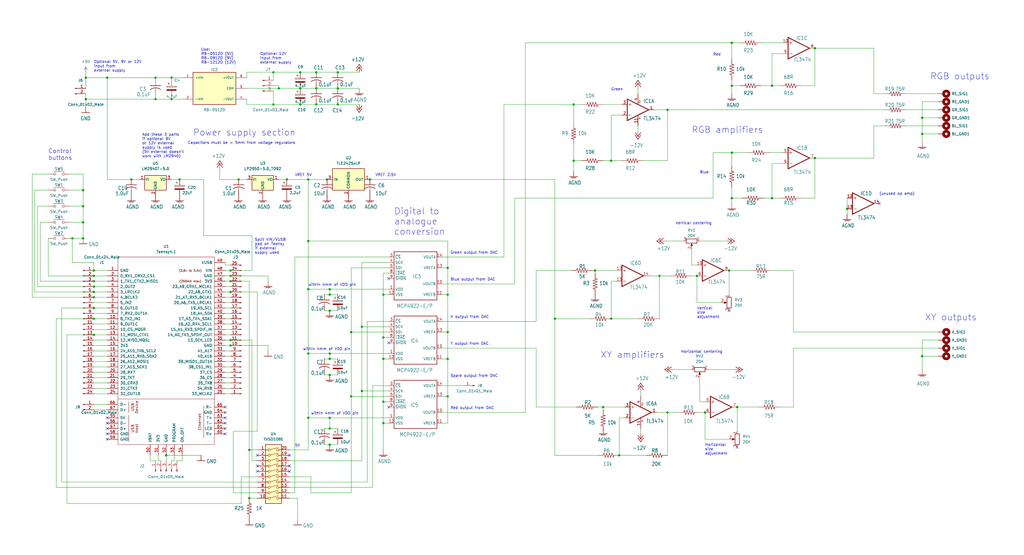
<source format=kicad_sch>
(kicad_sch (version 20211123) (generator eeschema)
  (paper "User" 485.14 263.296)
  (title_block (title "v.st Colour Mod v2.1") (date "2022-04-18") (company "Robin Champion"))
  (lib_symbols
    (symbol "Connector:Conn_01x01_Male" (pin_names (offset 1.016) hide)
      (property "Reference" "J" (at 0 2.54 0))
      (property "Value" "Conn_01x01_Male" (at 0 -2.54 0))
      (symbol "Conn_01x01_Male_1_1"
        (pin passive line (at 5.08 0 180) (length 3.81) (name "Pin_1") (number "1"))
      )
    )
    (symbol "Connector:Conn_01x02_Male" (pin_names (offset 1.016) hide)
      (property "Reference" "J" (at 0 2.54 0))
      (property "Value" "Conn_01x02_Male" (at 0 -5.08 0))
      (symbol "Conn_01x02_Male_1_1"
        (pin passive line (at 5.08 0 180) (length 3.81) (name "Pin_1") (number "1"))
        (pin passive line (at 5.08 -2.54 180) (length 3.81) (name "Pin_2") (number "2"))
      )
    )
    (symbol "Connector:Conn_01x03_Male" (pin_names (offset 1.016) hide)
      (property "Reference" "J" (at 0 5.08 0))
      (property "Value" "Conn_01x03_Male" (at 0 -5.08 0))
      (symbol "Conn_01x03_Male_1_1"
        (pin passive line (at 5.08 2.54 180) (length 3.81) (name "Pin_1") (number "1"))
        (pin passive line (at 5.08 0 180) (length 3.81) (name "Pin_2") (number "2"))
        (pin passive line (at 5.08 -2.54 180) (length 3.81) (name "Pin_3") (number "3"))
      )
    )
    (symbol "Connector:Conn_01x05_Male" (pin_names (offset 1.016) hide)
      (property "Reference" "J" (at 0 7.62 0))
      (property "Value" "Conn_01x05_Male" (at 0 -7.62 0))
      (symbol "Conn_01x05_Male_1_1"
        (pin passive line (at 5.08 5.08 180) (length 3.81) (name "Pin_1") (number "1"))
        (pin passive line (at 5.08 2.54 180) (length 3.81) (name "Pin_2") (number "2"))
        (pin passive line (at 5.08 0 180) (length 3.81) (name "Pin_3") (number "3"))
        (pin passive line (at 5.08 -2.54 180) (length 3.81) (name "Pin_4") (number "4"))
        (pin passive line (at 5.08 -5.08 180) (length 3.81) (name "Pin_5") (number "5"))
      )
    )
    (symbol "Connector:Conn_01x24_Male" (pin_names (offset 1.016) hide)
      (property "Reference" "J" (at 0 30.48 0))
      (property "Value" "Conn_01x24_Male" (at 0 -33.02 0))
      (symbol "Conn_01x24_Male_1_1"
        (pin passive line (at 5.08 27.94 180) (length 3.81) (name "Pin_1") (number "1"))
        (pin passive line (at 5.08 5.08 180) (length 3.81) (name "Pin_10") (number "10"))
        (pin passive line (at 5.08 2.54 180) (length 3.81) (name "Pin_11") (number "11"))
        (pin passive line (at 5.08 0 180) (length 3.81) (name "Pin_12") (number "12"))
        (pin passive line (at 5.08 -2.54 180) (length 3.81) (name "Pin_13") (number "13"))
        (pin passive line (at 5.08 -5.08 180) (length 3.81) (name "Pin_14") (number "14"))
        (pin passive line (at 5.08 -7.62 180) (length 3.81) (name "Pin_15") (number "15"))
        (pin passive line (at 5.08 -10.16 180) (length 3.81) (name "Pin_16") (number "16"))
        (pin passive line (at 5.08 -12.7 180) (length 3.81) (name "Pin_17") (number "17"))
        (pin passive line (at 5.08 -15.24 180) (length 3.81) (name "Pin_18") (number "18"))
        (pin passive line (at 5.08 -17.78 180) (length 3.81) (name "Pin_19") (number "19"))
        (pin passive line (at 5.08 25.4 180) (length 3.81) (name "Pin_2") (number "2"))
        (pin passive line (at 5.08 -20.32 180) (length 3.81) (name "Pin_20") (number "20"))
        (pin passive line (at 5.08 -22.86 180) (length 3.81) (name "Pin_21") (number "21"))
        (pin passive line (at 5.08 -25.4 180) (length 3.81) (name "Pin_22") (number "22"))
        (pin passive line (at 5.08 -27.94 180) (length 3.81) (name "Pin_23") (number "23"))
        (pin passive line (at 5.08 -30.48 180) (length 3.81) (name "Pin_24") (number "24"))
        (pin passive line (at 5.08 22.86 180) (length 3.81) (name "Pin_3") (number "3"))
        (pin passive line (at 5.08 20.32 180) (length 3.81) (name "Pin_4") (number "4"))
        (pin passive line (at 5.08 17.78 180) (length 3.81) (name "Pin_5") (number "5"))
        (pin passive line (at 5.08 15.24 180) (length 3.81) (name "Pin_6") (number "6"))
        (pin passive line (at 5.08 12.7 180) (length 3.81) (name "Pin_7") (number "7"))
        (pin passive line (at 5.08 10.16 180) (length 3.81) (name "Pin_8") (number "8"))
        (pin passive line (at 5.08 7.62 180) (length 3.81) (name "Pin_9") (number "9"))
      )
    )
    (symbol "Connector:Conn_01x25_Male" (pin_names (offset 1.016) hide)
      (property "Reference" "J" (at 0 33.02 0))
      (property "Value" "Conn_01x25_Male" (at 0 -33.02 0))
      (symbol "Conn_01x25_Male_1_1"
        (pin passive line (at 5.08 30.48 180) (length 3.81) (name "Pin_1") (number "1"))
        (pin passive line (at 5.08 7.62 180) (length 3.81) (name "Pin_10") (number "10"))
        (pin passive line (at 5.08 5.08 180) (length 3.81) (name "Pin_11") (number "11"))
        (pin passive line (at 5.08 2.54 180) (length 3.81) (name "Pin_12") (number "12"))
        (pin passive line (at 5.08 0 180) (length 3.81) (name "Pin_13") (number "13"))
        (pin passive line (at 5.08 -2.54 180) (length 3.81) (name "Pin_14") (number "14"))
        (pin passive line (at 5.08 -5.08 180) (length 3.81) (name "Pin_15") (number "15"))
        (pin passive line (at 5.08 -7.62 180) (length 3.81) (name "Pin_16") (number "16"))
        (pin passive line (at 5.08 -10.16 180) (length 3.81) (name "Pin_17") (number "17"))
        (pin passive line (at 5.08 -12.7 180) (length 3.81) (name "Pin_18") (number "18"))
        (pin passive line (at 5.08 -15.24 180) (length 3.81) (name "Pin_19") (number "19"))
        (pin passive line (at 5.08 27.94 180) (length 3.81) (name "Pin_2") (number "2"))
        (pin passive line (at 5.08 -17.78 180) (length 3.81) (name "Pin_20") (number "20"))
        (pin passive line (at 5.08 -20.32 180) (length 3.81) (name "Pin_21") (number "21"))
        (pin passive line (at 5.08 -22.86 180) (length 3.81) (name "Pin_22") (number "22"))
        (pin passive line (at 5.08 -25.4 180) (length 3.81) (name "Pin_23") (number "23"))
        (pin passive line (at 5.08 -27.94 180) (length 3.81) (name "Pin_24") (number "24"))
        (pin passive line (at 5.08 -30.48 180) (length 3.81) (name "Pin_25") (number "25"))
        (pin passive line (at 5.08 25.4 180) (length 3.81) (name "Pin_3") (number "3"))
        (pin passive line (at 5.08 22.86 180) (length 3.81) (name "Pin_4") (number "4"))
        (pin passive line (at 5.08 20.32 180) (length 3.81) (name "Pin_5") (number "5"))
        (pin passive line (at 5.08 17.78 180) (length 3.81) (name "Pin_6") (number "6"))
        (pin passive line (at 5.08 15.24 180) (length 3.81) (name "Pin_7") (number "7"))
        (pin passive line (at 5.08 12.7 180) (length 3.81) (name "Pin_8") (number "8"))
        (pin passive line (at 5.08 10.16 180) (length 3.81) (name "Pin_9") (number "9"))
      )
    )
    (symbol "Device:C_Polarized" (pin_numbers hide) (pin_names (offset 0.254))
      (property "Reference" "C" (at 0.635 2.54 0))
      (property "Value" "C_Polarized" (at 0.635 -2.54 0))
      (symbol "C_Polarized_1_1"
        (pin passive line (at 0 3.81 270) (length 2.794) (name "~") (number "1"))
        (pin passive line (at 0 -3.81 90) (length 2.794) (name "~") (number "2"))
      )
    )
    (symbol "Device:R_Potentiometer" (pin_names (offset 1.016) hide)
      (property "Reference" "RV" (at -4.445 0 90))
      (property "Value" "R_Potentiometer" (at -2.54 0 90))
      (symbol "R_Potentiometer_1_1"
        (pin passive line (at 0 3.81 270) (length 1.27) (name "1") (number "1"))
        (pin passive line (at 3.81 0 180) (length 1.27) (name "2") (number "2"))
        (pin passive line (at 0 -3.81 90) (length 1.27) (name "3") (number "3"))
      )
    )
    (symbol "Mechanical:MountingHole_Pad" (pin_numbers hide) (pin_names (offset 1.016) hide)
      (property "Reference" "H" (at 0 6.35 0))
      (property "Value" "MountingHole_Pad" (at 0 4.445 0))
      (symbol "MountingHole_Pad_1_1"
        (pin input line (at 0 -2.54 90) (length 2.54) (name "1") (number "1"))
      )
    )
    (symbol "RB-0512D_P:RB-0512D" (pin_names (offset 1.016))
      (property "Reference" "PS" (at -10.16 8.89 0))
      (property "Value" "RB-0512D" (at -10.16 -10.16 0))
      (symbol "RB-0512D_0_0"
        (pin input line (at -15.24 5.08 0) (length 5.08) (name "+VIN") (number "1"))
        (pin input line (at -15.24 -5.08 0) (length 5.08) (name "-VIN") (number "2"))
        (pin output line (at 15.24 -5.08 180) (length 5.08) (name "-VOUT") (number "4"))
        (pin power_in line (at 15.24 0 180) (length 5.08) (name "COM") (number "5"))
        (pin output line (at 15.24 5.08 180) (length 5.08) (name "+VOUT") (number "6"))
      )
    )
    (symbol "Reference_Voltage:TLE2425xLP"
      (property "Reference" "U" (at -7.874 6.35 0))
      (property "Value" "TLE2425xLP" (at 11.43 6.35 0))
      (symbol "TLE2425xLP_1_1"
        (pin power_out line (at 10.16 0 180) (length 2.54) (name "OUT") (number "1"))
        (pin power_in line (at 0 -7.62 90) (length 2.54) (name "COMMON") (number "2"))
        (pin power_in line (at -10.16 0 0) (length 2.54) (name "IN") (number "3"))
      )
    )
    (symbol "Regulator_Linear:LM2936-5.0" (pin_names (offset 0.254))
      (property "Reference" "U" (at -3.81 3.175 0))
      (property "Value" "LM2936-5.0" (at 0 3.175 0))
      (symbol "LM2936-5.0_1_1"
        (pin power_in line (at -7.62 0 0) (length 2.54) (name "VI") (number "1"))
        (pin power_in line (at 0 -7.62 90) (length 2.54) (name "GND") (number "2"))
        (pin power_out line (at 7.62 0 180) (length 2.54) (name "VO") (number "3"))
      )
    )
    (symbol "Regulator_Linear:LP2950-5.0_TO92" (pin_names (offset 0.254))
      (property "Reference" "U" (at -3.81 3.175 0))
      (property "Value" "LP2950-5.0_TO92" (at 0 3.175 0))
      (symbol "LP2950-5.0_TO92_1_1"
        (pin power_out line (at 7.62 0 180) (length 2.54) (name "VO") (number "1"))
        (pin power_in line (at 0 -7.62 90) (length 2.54) (name "GND") (number "2"))
        (pin power_in line (at -7.62 0 0) (length 2.54) (name "VI") (number "3"))
      )
    )
    (symbol "Switch:SW_DIP_x10" (pin_names (offset 0) hide)
      (property "Reference" "SW" (at 0 16.51 0))
      (property "Value" "SW_DIP_x10" (at 0 -13.97 0))
      (symbol "SW_DIP_x10_1_1"
        (pin passive line (at -7.62 12.7 0) (length 5.08) (name "~") (number "1"))
        (pin passive line (at -7.62 -10.16 0) (length 5.08) (name "~") (number "10"))
        (pin passive line (at 7.62 -10.16 180) (length 5.08) (name "~") (number "11"))
        (pin passive line (at 7.62 -7.62 180) (length 5.08) (name "~") (number "12"))
        (pin passive line (at 7.62 -5.08 180) (length 5.08) (name "~") (number "13"))
        (pin passive line (at 7.62 -2.54 180) (length 5.08) (name "~") (number "14"))
        (pin passive line (at 7.62 0 180) (length 5.08) (name "~") (number "15"))
        (pin passive line (at 7.62 2.54 180) (length 5.08) (name "~") (number "16"))
        (pin passive line (at 7.62 5.08 180) (length 5.08) (name "~") (number "17"))
        (pin passive line (at 7.62 7.62 180) (length 5.08) (name "~") (number "18"))
        (pin passive line (at 7.62 10.16 180) (length 5.08) (name "~") (number "19"))
        (pin passive line (at -7.62 10.16 0) (length 5.08) (name "~") (number "2"))
        (pin passive line (at 7.62 12.7 180) (length 5.08) (name "~") (number "20"))
        (pin passive line (at -7.62 7.62 0) (length 5.08) (name "~") (number "3"))
        (pin passive line (at -7.62 5.08 0) (length 5.08) (name "~") (number "4"))
        (pin passive line (at -7.62 2.54 0) (length 5.08) (name "~") (number "5"))
        (pin passive line (at -7.62 0 0) (length 5.08) (name "~") (number "6"))
        (pin passive line (at -7.62 -2.54 0) (length 5.08) (name "~") (number "7"))
        (pin passive line (at -7.62 -5.08 0) (length 5.08) (name "~") (number "8"))
        (pin passive line (at -7.62 -7.62 0) (length 5.08) (name "~") (number "9"))
      )
    )
    (symbol "Switch:SW_Push" (pin_numbers hide) (pin_names (offset 1.016) hide)
      (property "Reference" "SW" (at 1.27 2.54 0))
      (property "Value" "SW_Push" (at 0 -1.524 0))
      (symbol "SW_Push_0_1"
        (pin passive line (at -5.08 0 0) (length 2.54) (name "1") (number "1"))
        (pin passive line (at 5.08 0 180) (length 2.54) (name "2") (number "2"))
      )
    )
    (symbol "Teensy:Teensy4.1" (pin_names (offset 1.016))
      (property "Reference" "U" (at 0 64.77 0))
      (property "Value" "Teensy4.1" (at 0 62.23 0))
      (symbol "Teensy4.1_0_0"
        (text "(250mA max)" (at 11.43 49.53 0) (effects (font (size 1.016 1.016))))
        (text "(3.6v to 5.5v)" (at 11.43 54.61 0) (effects (font (size 1.016 1.016))))
        (text "Device" (at -13.97 -10.16 900) (effects (font (size 1.27 1.27))))
        (text "Ethernet" (at 15.875 -17.145 900) (effects (font (size 1.27 1.27))))
        (text "Host" (at -13.97 -20.32 900) (effects (font (size 1.27 1.27))))
        (text "USB" (at -15.875 -20.32 900) (effects (font (size 1.27 1.27))))
        (text "USB" (at -15.875 -10.16 900) (effects (font (size 1.27 1.27))))
        (pin bidirectional line (at -27.94 31.75 0) (length 5.08) (name "8_TX2_IN1") (number "10"))
        (pin bidirectional line (at -27.94 29.21 0) (length 5.08) (name "9_OUT1C") (number "11"))
        (pin bidirectional line (at -27.94 26.67 0) (length 5.08) (name "10_CS_MQSR") (number "12"))
        (pin bidirectional line (at -27.94 24.13 0) (length 5.08) (name "11_MOSI_CTX1") (number "13"))
        (pin bidirectional line (at -27.94 21.59 0) (length 5.08) (name "12_MISO_MQSL") (number "14"))
        (pin power_in line (at -27.94 19.05 0) (length 5.08) (name "3V3") (number "15"))
        (pin bidirectional line (at -27.94 16.51 0) (length 5.08) (name "24_A10_TX6_SCL2") (number "16"))
        (pin bidirectional line (at -27.94 13.97 0) (length 5.08) (name "25_A11_RX6_SDA2") (number "17"))
        (pin bidirectional line (at -27.94 11.43 0) (length 5.08) (name "26_A12_MOSI1") (number "18"))
        (pin bidirectional line (at -27.94 8.89 0) (length 5.08) (name "27_A13_SCK1") (number "19"))
        (pin bidirectional line (at -27.94 6.35 0) (length 5.08) (name "28_RX7") (number "20"))
        (pin bidirectional line (at -27.94 3.81 0) (length 5.08) (name "29_TX7") (number "21"))
        (pin bidirectional line (at -27.94 1.27 0) (length 5.08) (name "30_CRX3") (number "22"))
        (pin bidirectional line (at -27.94 -1.27 0) (length 5.08) (name "31_CTX3") (number "23"))
        (pin bidirectional line (at -27.94 -3.81 0) (length 5.08) (name "32_OUT1B") (number "24"))
        (pin bidirectional line (at 27.94 -3.81 180) (length 5.08) (name "33_MCLK2") (number "25"))
        (pin bidirectional line (at 27.94 -1.27 180) (length 5.08) (name "34_RX8") (number "26"))
        (pin bidirectional line (at 27.94 1.27 180) (length 5.08) (name "35_TX8") (number "27"))
        (pin bidirectional line (at 27.94 3.81 180) (length 5.08) (name "36_CS") (number "28"))
        (pin bidirectional line (at 27.94 6.35 180) (length 5.08) (name "37_CS") (number "29"))
        (pin bidirectional line (at 27.94 8.89 180) (length 5.08) (name "38_CS1_IN1") (number "30"))
        (pin bidirectional line (at 27.94 11.43 180) (length 5.08) (name "39_MISO1_OUT1A") (number "31"))
        (pin bidirectional line (at 27.94 13.97 180) (length 5.08) (name "40_A16") (number "32"))
        (pin bidirectional line (at 27.94 16.51 180) (length 5.08) (name "41_A17") (number "33"))
        (pin bidirectional line (at 27.94 21.59 180) (length 5.08) (name "13_SCK_LED") (number "35"))
        (pin bidirectional line (at 27.94 24.13 180) (length 5.08) (name "14_A0_TX3_SPDIF_OUT") (number "36"))
        (pin bidirectional line (at 27.94 26.67 180) (length 5.08) (name "15_A1_RX3_SPDIF_IN") (number "37"))
        (pin bidirectional line (at 27.94 29.21 180) (length 5.08) (name "16_A2_RX4_SCL1") (number "38"))
        (pin bidirectional line (at 27.94 31.75 180) (length 5.08) (name "17_A3_TX4_SDA1") (number "39"))
        (pin bidirectional line (at 27.94 34.29 180) (length 5.08) (name "18_A4_SDA") (number "40"))
        (pin bidirectional line (at 27.94 36.83 180) (length 5.08) (name "19_A5_SCL") (number "41"))
        (pin bidirectional line (at 27.94 39.37 180) (length 5.08) (name "20_A6_TX5_LRCLK1") (number "42"))
        (pin bidirectional line (at 27.94 41.91 180) (length 5.08) (name "21_A7_RX5_BCLK1") (number "43"))
        (pin bidirectional line (at 27.94 44.45 180) (length 5.08) (name "22_A8_CTX1") (number "44"))
        (pin bidirectional line (at 27.94 46.99 180) (length 5.08) (name "23_A9_CRX1_MCLK1") (number "45"))
        (pin output line (at 27.94 49.53 180) (length 5.08) (name "3V3") (number "46"))
        (pin output line (at 27.94 52.07 180) (length 5.08) (name "GND") (number "47"))
        (pin power_in line (at 27.94 54.61 180) (length 5.08) (name "VIN") (number "48"))
        (pin power_out line (at 27.94 58.42 180) (length 5.08) (name "VUSB") (number "49"))
        (pin bidirectional line (at -27.94 44.45 0) (length 5.08) (name "3_LRCLK2") (number "5"))
        (pin power_in line (at -7.62 -33.02 90) (length 5.08) (name "VBAT") (number "50"))
        (pin power_in line (at -3.81 -33.02 90) (length 5.08) (name "3V3") (number "51"))
        (pin input line (at 0 -33.02 90) (length 5.08) (name "GND") (number "52"))
        (pin input line (at 3.81 -33.02 90) (length 5.08) (name "PROGRAM") (number "53"))
        (pin input line (at 7.62 -33.02 90) (length 5.08) (name "ON_OFF") (number "54"))
        (pin power_out line (at -27.94 -15.24 0) (length 5.08) (name "5V") (number "55"))
        (pin bidirectional line (at -27.94 -17.78 0) (length 5.08) (name "D-") (number "56"))
        (pin bidirectional line (at -27.94 -20.32 0) (length 5.08) (name "D+") (number "57"))
        (pin power_in line (at -27.94 -22.86 0) (length 5.08) (name "GND") (number "58"))
        (pin power_in line (at -27.94 -25.4 0) (length 5.08) (name "GND") (number "59"))
        (pin bidirectional line (at -27.94 41.91 0) (length 5.08) (name "4_BCLK2") (number "6"))
        (pin bidirectional line (at 27.94 -22.86 180) (length 5.08) (name "R+") (number "60"))
        (pin bidirectional line (at 27.94 -20.32 180) (length 5.08) (name "LED") (number "61"))
        (pin bidirectional line (at 27.94 -17.78 180) (length 5.08) (name "T-") (number "62"))
        (pin bidirectional line (at 27.94 -15.24 180) (length 5.08) (name "T+") (number "63"))
        (pin power_in line (at 27.94 -12.7 180) (length 5.08) (name "GND") (number "64"))
        (pin bidirectional line (at 27.94 -10.16 180) (length 5.08) (name "R-") (number "65"))
        (pin bidirectional line (at -27.94 -8.89 0) (length 5.08) (name "D-") (number "66"))
        (pin bidirectional line (at -27.94 -11.43 0) (length 5.08) (name "D+") (number "67"))
        (pin bidirectional line (at -27.94 39.37 0) (length 5.08) (name "5_IN2") (number "7"))
        (pin bidirectional line (at -27.94 36.83 0) (length 5.08) (name "6_OUT1D") (number "8"))
        (pin bidirectional line (at -27.94 34.29 0) (length 5.08) (name "7_RX2_OUT1A") (number "9"))
      )
      (symbol "Teensy4.1_1_1"
        (pin power_in line (at -27.94 54.61 0) (length 5.08) (name "GND") (number "1"))
        (pin bidirectional line (at -27.94 52.07 0) (length 5.08) (name "0_RX1_CRX2_CS1") (number "2"))
        (pin bidirectional line (at -27.94 49.53 0) (length 5.08) (name "1_TX1_CTX2_MISO1") (number "3"))
        (pin power_in line (at 27.94 19.05 180) (length 5.08) (name "GND") (number "34"))
        (pin bidirectional line (at -27.94 46.99 0) (length 5.08) (name "2_OUT2") (number "4"))
      )
    )
    (symbol "power:+5V" (power) (pin_names (offset 0))
      (property "Value" "+5V" (at 0 3.556 0))
      (symbol "+5V_1_1"
        (pin power_in line (at 0 0 90) (length 0) hide (name "+5V") (number "1"))
      )
    )
    (symbol "teensyv-eagle-import:+12V" (power)
      (property "Value" "+12V" (at -2.54 -5.08 90))
      (symbol "+12V_1_0"
        (pin power_in line (at 0 -2.54 90) (length 2.54) (name "+12V") (number "1"))
      )
    )
    (symbol "teensyv-eagle-import:-12V" (power)
      (property "Value" "-12V" (at -2.54 -2.54 90))
      (symbol "-12V_1_0"
        (pin power_in line (at 0 2.54 270) (length 2.54) (name "-12V") (number "1"))
      )
    )
    (symbol "teensyv-eagle-import:AGND" (power)
      (property "Value" "AGND" (at -2.54 -5.08 90))
      (symbol "AGND_1_0"
        (pin power_in line (at 0 2.54 270) (length 2.54) (name "AGND") (number "1"))
      )
    )
    (symbol "teensyv-eagle-import:C-US025-024X044"
      (property "Reference" "C" (at 1.016 0.635 0))
      (property "Value" "C-US025-024X044" (at 1.016 -4.191 0))
      (symbol "C-US025-024X044_1_0"
        (pin passive line (at 0 2.54 270) (length 2.54) (name "1") (number "1"))
        (pin passive line (at 0 -5.08 90) (length 2.54) (name "2") (number "2"))
      )
    )
    (symbol "teensyv-eagle-import:GND" (power)
      (property "Value" "GND" (at -2.54 -2.54 0))
      (symbol "GND_1_0"
        (pin power_in line (at 0 2.54 270) (length 2.54) (name "GND") (number "1"))
      )
    )
    (symbol "teensyv-eagle-import:MCP4922-E{slash}P"
      (property "Reference" "IC" (at -10.16 10.922 0))
      (property "Value" "MCP4922-E{slash}P" (at -10.16 -15.24 0))
      (symbol "MCP4922-E{slash}P_1_0"
        (pin power_in line (at -12.7 -7.62 0) (length 2.54) (name "VDD") (number "1"))
        (pin output line (at 12.7 -5.08 180) (length 2.54) (name "VOUTB") (number "10"))
        (pin input line (at 12.7 -10.16 180) (length 2.54) (name "VREFB") (number "11"))
        (pin power_in line (at -12.7 -10.16 0) (length 2.54) (name "VSS") (number "12"))
        (pin input line (at 12.7 2.54 180) (length 2.54) (name "VREFA") (number "13"))
        (pin output line (at 12.7 7.62 180) (length 2.54) (name "VOUTA") (number "14"))
        (pin input line (at -12.7 7.62 0) (length 2.54) (name "~{CS}") (number "3"))
        (pin input line (at -12.7 5.08 0) (length 2.54) (name "SCK") (number "4"))
        (pin input line (at -12.7 2.54 0) (length 2.54) (name "SDI") (number "5"))
        (pin input line (at -12.7 0 0) (length 2.54) (name "~{LDAC}") (number "8"))
        (pin input line (at -12.7 -2.54 0) (length 2.54) (name "~{SHDN}") (number "9"))
      )
    )
    (symbol "teensyv-eagle-import:QUAD_OPAMPP"
      (symbol "QUAD_OPAMPP_1_0"
        (pin output line (at 7.62 0 180) (length 2.54) (name "OUT") (number "1"))
        (pin input line (at -7.62 -2.54 0) (length 2.54) (name "-IN") (number "2"))
        (pin input line (at -7.62 2.54 0) (length 2.54) (name "+IN") (number "3"))
      )
      (symbol "QUAD_OPAMPP_2_0"
        (pin input line (at -7.62 2.54 0) (length 2.54) (name "+IN") (number "5"))
        (pin input line (at -7.62 -2.54 0) (length 2.54) (name "-IN") (number "6"))
        (pin output line (at 7.62 0 180) (length 2.54) (name "OUT") (number "7"))
      )
      (symbol "QUAD_OPAMPP_3_0"
        (pin input line (at -7.62 2.54 0) (length 2.54) (name "+IN") (number "10"))
        (pin output line (at 7.62 0 180) (length 2.54) (name "OUT") (number "8"))
        (pin input line (at -7.62 -2.54 0) (length 2.54) (name "-IN") (number "9"))
      )
      (symbol "QUAD_OPAMPP_4_0"
        (pin input line (at -7.62 2.54 0) (length 2.54) (name "+IN") (number "12"))
        (pin input line (at -7.62 -2.54 0) (length 2.54) (name "-IN") (number "13"))
        (pin output line (at 7.62 0 180) (length 2.54) (name "OUT") (number "14"))
      )
      (symbol "QUAD_OPAMPP_5_0"
        (text "V+" (at 1.27 3.175 900) (effects (font (size 0.8128 0.6908)) (justify left bottom)))
        (text "V-" (at 1.27 -4.445 900) (effects (font (size 0.8128 0.6908)) (justify left bottom)))
        (pin power_in line (at 0 -7.62 90) (length 5.08) (name "V-") (number "11"))
        (pin power_in line (at 0 7.62 270) (length 5.08) (name "V+") (number "4"))
      )
    )
    (symbol "teensyv-eagle-import:R-US_0204{slash}2V"
      (property "Reference" "R" (at -3.81 1.4986 0))
      (property "Value" "R-US_0204{slash}2V" (at -3.81 -3.302 0))
      (symbol "R-US_0204{slash}2V_1_0"
        (pin passive line (at -5.08 0 0) (length 2.54) (name "1") (number "1"))
        (pin passive line (at 5.08 0 180) (length 2.54) (name "2") (number "2"))
      )
    )
    (symbol "teensyv-eagle-import:R-US_0204{slash}7"
      (property "Reference" "R" (at -3.81 1.4986 0))
      (property "Value" "R-US_0204{slash}7" (at -3.81 -3.302 0))
      (symbol "R-US_0204{slash}7_1_0"
        (pin passive line (at -5.08 0 0) (length 2.54) (name "1") (number "1"))
        (pin passive line (at 5.08 0 180) (length 2.54) (name "2") (number "2"))
      )
    )
  )
  (junction (at 365.76 40.64))
  (junction (at 73.66 46.99))
  (junction (at 436.88 63.5))
  (junction (at 181.61 139.7))
  (junction (at 39.37 90.17))
  (junction (at 78.74 215.9))
  (junction (at 135.89 85.09))
  (junction (at 39.37 113.03))
  (junction (at 62.23 85.09))
  (junction (at 109.22 163.83))
  (junction (at 346.71 20.32))
  (junction (at 154.94 85.09))
  (junction (at 166.37 187.96))
  (junction (at 271.78 49.53))
  (junction (at 262.89 151.13))
  (junction (at 436.88 55.88))
  (junction (at 149.86 41.91))
  (junction (at 345.44 128.27))
  (junction (at 181.61 170.18))
  (junction (at 316.23 195.58))
  (junction (at 146.05 167.64))
  (junction (at 365.76 93.98))
  (junction (at 156.21 198.12))
  (junction (at 118.11 236.22))
  (junction (at 39.37 105.41))
  (junction (at 142.24 34.29))
  (junction (at 386.08 74.93))
  (junction (at 44.45 158.75))
  (junction (at 289.56 151.13))
  (junction (at 50.8 36.83))
  (junction (at 334.01 195.58))
  (junction (at 330.2 130.81))
  (junction (at 156.21 203.2))
  (junction (at 132.08 41.91))
  (junction (at 142.24 49.53))
  (junction (at 109.22 128.27))
  (junction (at 386.08 22.86))
  (junction (at 316.23 52.07))
  (junction (at 40.64 36.83))
  (junction (at 175.26 85.09))
  (junction (at 73.66 36.83))
  (junction (at 156.21 170.18))
  (junction (at 156.21 167.64))
  (junction (at 44.45 128.27))
  (junction (at 146.05 198.12))
  (junction (at 212.09 127))
  (junction (at 436.88 168.91))
  (junction (at 109.22 130.81))
  (junction (at 212.09 157.48))
  (junction (at 346.71 72.39))
  (junction (at 146.05 114.3))
  (junction (at 171.45 185.42))
  (junction (at 149.86 49.53))
  (junction (at 156.21 147.32))
  (junction (at 109.22 161.29))
  (junction (at 312.42 130.81))
  (junction (at 212.09 139.7))
  (junction (at 85.09 85.09))
  (junction (at 160.02 41.91))
  (junction (at 129.54 49.53))
  (junction (at 160.02 34.29))
  (junction (at 293.37 215.9))
  (junction (at 401.32 99.06))
  (junction (at 81.28 46.99))
  (junction (at 146.05 137.16))
  (junction (at 285.75 193.04))
  (junction (at 142.24 41.91))
  (junction (at 44.45 133.35))
  (junction (at 156.21 137.16))
  (junction (at 171.45 154.94))
  (junction (at 149.86 34.29))
  (junction (at 44.45 138.43))
  (junction (at 212.09 187.96))
  (junction (at 349.25 193.04))
  (junction (at 146.05 85.09))
  (junction (at 281.94 128.27))
  (junction (at 44.45 130.81))
  (junction (at 181.61 200.66))
  (junction (at 156.21 139.7))
  (junction (at 44.45 151.13))
  (junction (at 34.29 113.03))
  (junction (at 81.28 36.83))
  (junction (at 40.64 46.99))
  (junction (at 156.21 210.82))
  (junction (at 113.03 85.09))
  (junction (at 118.11 213.36))
  (junction (at 109.22 133.35))
  (junction (at 166.37 157.48))
  (junction (at 346.71 93.98))
  (junction (at 156.21 177.8))
  (junction (at 39.37 97.79))
  (junction (at 212.09 170.18))
  (junction (at 44.45 146.05))
  (junction (at 346.71 40.64))
  (junction (at 109.22 138.43))
  (junction (at 289.56 76.2))
  (junction (at 271.78 76.2))
  (junction (at 160.02 49.53))
  (junction (at 129.54 34.29))
  (junction (at 181.61 190.5))
  (junction (at 44.45 135.89))
  (junction (at 44.45 140.97))
  (junction (at 181.61 160.02))
  (no_connect (at 345.44 147.32))
  (no_connect (at 50.8 200.66))
  (no_connect (at 106.68 198.12))
  (no_connect (at 106.68 203.2))
  (no_connect (at 121.92 215.9))
  (no_connect (at 416.56 96.52))
  (no_connect (at 121.92 223.52))
  (no_connect (at 137.16 215.9))
  (no_connect (at 106.68 193.04))
  (no_connect (at 50.8 198.12))
  (no_connect (at 106.68 200.66))
  (no_connect (at 137.16 220.98))
  (no_connect (at 106.68 195.58))
  (no_connect (at 50.8 203.2))
  (no_connect (at 349.25 212.09))
  (no_connect (at 50.8 208.28))
  (no_connect (at 184.15 162.56))
  (no_connect (at 184.15 132.08))
  (no_connect (at 184.15 193.04))
  (no_connect (at 121.92 220.98))
  (no_connect (at 50.8 205.74))
  (no_connect (at 137.16 223.52))
  (no_connect (at 106.68 205.74))
  (wire (pts (xy 81.28 45.72) (xy 81.28 46.99)))
  (wire (pts (xy 436.88 48.26) (xy 436.88 55.88)))
  (wire (pts (xy 173.99 152.4) (xy 173.99 228.6)))
  (wire (pts (xy 50.8 85.09) (xy 62.23 85.09)))
  (wire (pts (xy 39.37 97.79) (xy 39.37 105.41)))
  (wire (pts (xy 337.82 72.39) (xy 346.71 72.39)))
  (wire (pts (xy 110.49 204.47) (xy 110.49 233.68)))
  (wire (pts (xy 166.37 157.48) (xy 166.37 127)))
  (wire (pts (xy 171.45 218.44) (xy 171.45 185.42)))
  (wire (pts (xy 209.55 127) (xy 212.09 127)))
  (wire (pts (xy 171.45 185.42) (xy 184.15 185.42)))
  (wire (pts (xy 346.71 72.39) (xy 346.71 78.74)))
  (wire (pts (xy 44.45 194.31) (xy 50.8 194.31)))
  (wire (pts (xy 137.16 228.6) (xy 173.99 228.6)))
  (wire (pts (xy 212.09 139.7) (xy 212.09 157.48)))
  (wire (pts (xy 271.78 76.2) (xy 271.78 81.28)))
  (wire (pts (xy 16.51 138.43) (xy 44.45 138.43)))
  (wire (pts (xy 74.93 215.9) (xy 74.93 218.44)))
  (wire (pts (xy 142.24 34.29) (xy 149.86 34.29)))
  (wire (pts (xy 146.05 213.36) (xy 146.05 198.12)))
  (wire (pts (xy 349.25 193.04) (xy 349.25 204.47)))
  (wire (pts (xy 106.68 176.53) (xy 109.22 176.53)))
  (wire (pts (xy 346.71 40.64) (xy 346.71 44.45)))
  (wire (pts (xy 106.68 168.91) (xy 109.22 168.91)))
  (wire (pts (xy 113.03 85.09) (xy 116.84 85.09)))
  (wire (pts (xy 109.22 133.35) (xy 118.11 133.35)))
  (wire (pts (xy 379.73 40.64) (xy 386.08 40.64)))
  (wire (pts (xy 304.8 76.2) (xy 316.23 76.2)))
  (wire (pts (xy 254 128.27) (xy 270.51 128.27)))
  (wire (pts (xy 289.56 133.35) (xy 289.56 151.13)))
  (wire (pts (xy 146.05 114.3) (xy 146.05 137.16)))
  (wire (pts (xy 166.37 187.96) (xy 166.37 233.68)))
  (wire (pts (xy 316.23 76.2) (xy 316.23 52.07)))
  (wire (pts (xy 156.21 147.32) (xy 160.02 147.32)))
  (wire (pts (xy 44.45 148.59) (xy 50.8 148.59)))
  (wire (pts (xy 184.15 170.18) (xy 181.61 170.18)))
  (wire (pts (xy 444.5 161.29) (xy 436.88 161.29)))
  (wire (pts (xy 345.44 128.27) (xy 345.44 139.7)))
  (wire (pts (xy 331.47 179.07) (xy 331.47 190.5)))
  (wire (pts (xy 129.54 40.64) (xy 132.08 40.64)))
  (wire (pts (xy 74.93 218.44) (xy 76.2 218.44)))
  (wire (pts (xy 364.49 72.39) (xy 370.84 72.39)))
  (wire (pts (xy 33.02 82.55) (xy 39.37 82.55)))
  (wire (pts (xy 121.92 204.47) (xy 110.49 204.47)))
  (wire (pts (xy 127 130.81) (xy 127 133.35)))
  (wire (pts (xy 285.75 193.04) (xy 295.91 193.04)))
  (wire (pts (xy 44.45 186.69) (xy 50.8 186.69)))
  (wire (pts (xy 303.53 185.42) (xy 303.53 187.96)))
  (wire (pts (xy 312.42 130.81) (xy 312.42 151.13)))
  (wire (pts (xy 73.66 45.72) (xy 73.66 46.99)))
  (wire (pts (xy 429.26 59.69) (xy 444.5 59.69)))
  (wire (pts (xy 116.84 49.53) (xy 129.54 49.53)))
  (wire (pts (xy 44.45 166.37) (xy 50.8 166.37)))
  (wire (pts (xy 127 163.83) (xy 109.22 163.83)))
  (wire (pts (xy 184.15 160.02) (xy 181.61 160.02)))
  (wire (pts (xy 243.84 93.98) (xy 243.84 134.62)))
  (wire (pts (xy 106.68 181.61) (xy 109.22 181.61)))
  (wire (pts (xy 386.08 93.98) (xy 379.73 93.98)))
  (wire (pts (xy 31.75 238.76) (xy 114.3 238.76)))
  (wire (pts (xy 184.15 182.88) (xy 176.53 182.88)))
  (wire (pts (xy 209.55 165.1) (xy 254 165.1)))
  (wire (pts (xy 146.05 137.16) (xy 146.05 167.64)))
  (wire (pts (xy 316.23 215.9) (xy 316.23 195.58)))
  (wire (pts (xy 317.5 130.81) (xy 312.42 130.81)))
  (wire (pts (xy 359.41 193.04) (xy 349.25 193.04)))
  (wire (pts (xy 82.55 215.9) (xy 82.55 218.44)))
  (wire (pts (xy 15.24 82.55) (xy 22.86 82.55)))
  (wire (pts (xy 306.07 215.9) (xy 293.37 215.9)))
  (wire (pts (xy 106.68 186.69) (xy 109.22 186.69)))
  (wire (pts (xy 19.05 105.41) (xy 19.05 133.35)))
  (wire (pts (xy 346.71 20.32) (xy 350.52 20.32)))
  (wire (pts (xy 44.45 143.51) (xy 50.8 143.51)))
  (wire (pts (xy 31.75 158.75) (xy 31.75 238.76)))
  (wire (pts (xy 156.21 170.18) (xy 160.02 170.18)))
  (wire (pts (xy 40.64 36.83) (xy 40.64 41.91)))
  (wire (pts (xy 26.67 151.13) (xy 44.45 151.13)))
  (wire (pts (xy 78.74 215.9) (xy 95.25 215.9)))
  (wire (pts (xy 119.38 111.76) (xy 96.52 111.76)))
  (wire (pts (xy 16.51 90.17) (xy 22.86 90.17)))
  (wire (pts (xy 73.66 36.83) (xy 73.66 38.1)))
  (wire (pts (xy 71.12 218.44) (xy 73.66 218.44)))
  (wire (pts (xy 160.02 41.91) (xy 170.18 41.91)))
  (wire (pts (xy 283.21 193.04) (xy 285.75 193.04)))
  (wire (pts (xy 289.56 54.61) (xy 294.64 54.61)))
  (wire (pts (xy 127 166.37) (xy 127 163.83)))
  (wire (pts (xy 289.56 76.2) (xy 294.64 76.2)))
  (wire (pts (xy 334.01 190.5) (xy 331.47 190.5)))
  (wire (pts (xy 321.31 195.58) (xy 316.23 195.58)))
  (wire (pts (xy 116.84 34.29) (xy 129.54 34.29)))
  (wire (pts (xy 106.68 148.59) (xy 109.22 148.59)))
  (wire (pts (xy 375.92 193.04) (xy 375.92 165.1)))
  (wire (pts (xy 106.68 173.99) (xy 109.22 173.99)))
  (wire (pts (xy 302.26 151.13) (xy 289.56 151.13)))
  (wire (pts (xy 181.61 139.7) (xy 184.15 139.7)))
  (wire (pts (xy 156.21 177.8) (xy 160.02 177.8)))
  (wire (pts (xy 209.55 187.96) (xy 212.09 187.96)))
  (wire (pts (xy 156.21 210.82) (xy 160.02 210.82)))
  (wire (pts (xy 171.45 154.94) (xy 184.15 154.94)))
  (wire (pts (xy 106.68 125.73) (xy 109.22 125.73)))
  (wire (pts (xy 31.75 158.75) (xy 44.45 158.75)))
  (wire (pts (xy 401.32 93.98) (xy 401.32 99.06)))
  (wire (pts (xy 330.2 143.51) (xy 341.63 143.51)))
  (wire (pts (xy 212.09 187.96) (xy 212.09 200.66)))
  (wire (pts (xy 181.61 129.54) (xy 184.15 129.54)))
  (wire (pts (xy 19.05 133.35) (xy 44.45 133.35)))
  (wire (pts (xy 171.45 154.94) (xy 171.45 185.42)))
  (wire (pts (xy 156.21 198.12) (xy 156.21 203.2)))
  (wire (pts (xy 156.21 167.64) (xy 184.15 167.64)))
  (wire (pts (xy 184.15 152.4) (xy 173.99 152.4)))
  (wire (pts (xy 132.08 85.09) (xy 135.89 85.09)))
  (wire (pts (xy 311.15 195.58) (xy 316.23 195.58)))
  (wire (pts (xy 146.05 167.64) (xy 146.05 198.12)))
  (wire (pts (xy 40.64 36.83) (xy 50.8 36.83)))
  (wire (pts (xy 106.68 179.07) (xy 109.22 179.07)))
  (wire (pts (xy 119.38 128.27) (xy 119.38 111.76)))
  (wire (pts (xy 44.45 151.13) (xy 50.8 151.13)))
  (wire (pts (xy 156.21 137.16) (xy 156.21 139.7)))
  (wire (pts (xy 166.37 157.48) (xy 184.15 157.48)))
  (wire (pts (xy 386.08 74.93) (xy 386.08 93.98)))
  (wire (pts (xy 248.92 20.32) (xy 346.71 20.32)))
  (wire (pts (xy 44.45 171.45) (xy 50.8 171.45)))
  (wire (pts (xy 295.91 198.12) (xy 293.37 198.12)))
  (wire (pts (xy 142.24 41.91) (xy 149.86 41.91)))
  (wire (pts (xy 149.86 41.91) (xy 160.02 41.91)))
  (wire (pts (xy 96.52 111.76) (xy 96.52 85.09)))
  (wire (pts (xy 375.92 157.48) (xy 444.5 157.48)))
  (wire (pts (xy 444.5 55.88) (xy 436.88 55.88)))
  (wire (pts (xy 346.71 93.98) (xy 346.71 96.52)))
  (wire (pts (xy 118.11 236.22) (xy 121.92 236.22)))
  (wire (pts (xy 254 193.04) (xy 273.05 193.04)))
  (wire (pts (xy 166.37 187.96) (xy 166.37 157.48)))
  (wire (pts (xy 106.68 171.45) (xy 109.22 171.45)))
  (wire (pts (xy 106.68 161.29) (xy 109.22 161.29)))
  (wire (pts (xy 153.67 203.2) (xy 156.21 203.2)))
  (wire (pts (xy 146.05 167.64) (xy 156.21 167.64)))
  (wire (pts (xy 44.45 163.83) (xy 50.8 163.83)))
  (wire (pts (xy 40.64 34.29) (xy 40.64 36.83)))
  (wire (pts (xy 16.51 90.17) (xy 16.51 138.43)))
  (wire (pts (xy 160.02 34.29) (xy 170.18 34.29)))
  (wire (pts (xy 302.26 62.23) (xy 302.26 59.69)))
  (wire (pts (xy 303.53 205.74) (xy 303.53 203.2)))
  (wire (pts (xy 209.55 195.58) (xy 248.92 195.58)))
  (wire (pts (xy 153.67 177.8) (xy 156.21 177.8)))
  (wire (pts (xy 149.86 49.53) (xy 160.02 49.53)))
  (wire (pts (xy 238.76 121.92) (xy 238.76 49.53)))
  (wire (pts (xy 212.09 170.18) (xy 212.09 157.48)))
  (wire (pts (xy 346.71 38.1) (xy 346.71 40.64)))
  (wire (pts (xy 271.78 49.53) (xy 271.78 58.42)))
  (wire (pts (xy 44.45 176.53) (xy 50.8 176.53)))
  (wire (pts (xy 365.76 128.27) (xy 375.92 128.27)))
  (wire (pts (xy 271.78 76.2) (xy 275.59 76.2)))
  (wire (pts (xy 39.37 82.55) (xy 39.37 90.17)))
  (wire (pts (xy 106.68 124.46) (xy 106.68 125.73)))
  (wire (pts (xy 44.45 181.61) (xy 50.8 181.61)))
  (wire (pts (xy 81.28 85.09) (xy 85.09 85.09)))
  (wire (pts (xy 436.88 63.5) (xy 444.5 63.5)))
  (wire (pts (xy 129.54 43.18) (xy 129.54 49.53)))
  (wire (pts (xy 414.02 44.45) (xy 414.02 22.86)))
  (wire (pts (xy 34.29 113.03) (xy 34.29 124.46)))
  (wire (pts (xy 360.68 40.64) (xy 365.76 40.64)))
  (wire (pts (xy 109.22 130.81) (xy 127 130.81)))
  (wire (pts (xy 137.16 226.06) (xy 147.32 226.06)))
  (wire (pts (xy 160.02 49.53) (xy 170.18 49.53)))
  (wire (pts (xy 137.16 213.36) (xy 146.05 213.36)))
  (wire (pts (xy 365.76 25.4) (xy 365.76 40.64)))
  (wire (pts (xy 132.08 41.91) (xy 142.24 41.91)))
  (wire (pts (xy 139.7 233.68) (xy 137.16 233.68)))
  (wire (pts (xy 26.67 231.14) (xy 26.67 151.13)))
  (wire (pts (xy 15.24 140.97) (xy 44.45 140.97)))
  (wire (pts (xy 44.45 128.27) (xy 50.8 128.27)))
  (wire (pts (xy 429.26 52.07) (xy 444.5 52.07)))
  (wire (pts (xy 243.84 93.98) (xy 337.82 93.98)))
  (wire (pts (xy 135.89 85.09) (xy 146.05 85.09)))
  (wire (pts (xy 181.61 170.18) (xy 181.61 190.5)))
  (wire (pts (xy 153.67 210.82) (xy 156.21 210.82)))
  (wire (pts (xy 419.1 44.45) (xy 414.02 44.45)))
  (wire (pts (xy 137.16 236.22) (xy 140.97 236.22)))
  (wire (pts (xy 386.08 22.86) (xy 386.08 40.64)))
  (wire (pts (xy 85.09 85.09) (xy 96.52 85.09)))
  (wire (pts (xy 119.38 161.29) (xy 109.22 161.29)))
  (wire (pts (xy 280.67 128.27) (xy 281.94 128.27)))
  (wire (pts (xy 248.92 20.32) (xy 248.92 195.58)))
  (wire (pts (xy 314.96 114.3) (xy 323.85 114.3)))
  (wire (pts (xy 156.21 167.64) (xy 156.21 170.18)))
  (wire (pts (xy 29.21 228.6) (xy 29.21 146.05)))
  (wire (pts (xy 71.12 215.9) (xy 71.12 218.44)))
  (wire (pts (xy 106.68 130.81) (xy 109.22 130.81)))
  (wire (pts (xy 365.76 25.4) (xy 370.84 25.4)))
  (wire (pts (xy 129.54 34.29) (xy 142.24 34.29)))
  (wire (pts (xy 110.49 233.68) (xy 121.92 233.68)))
  (wire (pts (xy 335.28 175.26) (xy 347.98 175.26)))
  (wire (pts (xy 166.37 187.96) (xy 184.15 187.96)))
  (wire (pts (xy 184.15 190.5) (xy 181.61 190.5)))
  (wire (pts (xy 106.68 128.27) (xy 109.22 128.27)))
  (wire (pts (xy 334.01 208.28) (xy 345.44 208.28)))
  (wire (pts (xy 116.84 41.91) (xy 132.08 41.91)))
  (wire (pts (xy 361.95 93.98) (xy 365.76 93.98)))
  (wire (pts (xy 436.88 161.29) (xy 436.88 168.91)))
  (wire (pts (xy 209.55 121.92) (xy 238.76 121.92)))
  (wire (pts (xy 33.02 105.41) (xy 39.37 105.41)))
  (wire (pts (xy 137.16 218.44) (xy 171.45 218.44)))
  (wire (pts (xy 175.26 85.09) (xy 262.89 85.09)))
  (wire (pts (xy 346.71 72.39) (xy 354.33 72.39)))
  (wire (pts (xy 44.45 133.35) (xy 50.8 133.35)))
  (wire (pts (xy 44.45 158.75) (xy 50.8 158.75)))
  (wire (pts (xy 114.3 226.06) (xy 114.3 238.76)))
  (wire (pts (xy 436.88 55.88) (xy 436.88 63.5)))
  (wire (pts (xy 106.68 153.67) (xy 109.22 153.67)))
  (wire (pts (xy 176.53 182.88) (xy 176.53 231.14)))
  (wire (pts (xy 106.68 184.15) (xy 109.22 184.15)))
  (wire (pts (xy 414.02 22.86) (xy 386.08 22.86)))
  (wire (pts (xy 302.26 41.91) (xy 302.26 44.45)))
  (wire (pts (xy 146.05 85.09) (xy 154.94 85.09)))
  (wire (pts (xy 121.92 138.43) (xy 121.92 204.47)))
  (wire (pts (xy 292.1 133.35) (xy 289.56 133.35)))
  (wire (pts (xy 140.97 236.22) (xy 140.97 246.38)))
  (wire (pts (xy 181.61 139.7) (xy 181.61 160.02)))
  (wire (pts (xy 118.11 133.35) (xy 118.11 213.36)))
  (wire (pts (xy 121.92 213.36) (xy 118.11 213.36)))
  (wire (pts (xy 238.76 49.53) (xy 271.78 49.53)))
  (wire (pts (xy 22.86 113.03) (xy 22.86 130.81)))
  (wire (pts (xy 375.92 128.27) (xy 375.92 157.48)))
  (wire (pts (xy 331.47 114.3) (xy 344.17 114.3)))
  (wire (pts (xy 44.45 138.43) (xy 50.8 138.43)))
  (wire (pts (xy 156.21 137.16) (xy 184.15 137.16)))
  (wire (pts (xy 281.94 128.27) (xy 281.94 129.54)))
  (wire (pts (xy 285.75 49.53) (xy 294.64 49.53)))
  (wire (pts (xy 346.71 20.32) (xy 346.71 27.94)))
  (wire (pts (xy 401.32 99.06) (xy 401.32 101.6)))
  (wire (pts (xy 318.77 175.26) (xy 327.66 175.26)))
  (wire (pts (xy 289.56 54.61) (xy 289.56 76.2)))
  (wire (pts (xy 81.28 46.99) (xy 86.36 46.99)))
  (wire (pts (xy 285.75 193.04) (xy 285.75 194.31)))
  (wire (pts (xy 212.09 157.48) (xy 209.55 157.48)))
  (wire (pts (xy 106.68 143.51) (xy 109.22 143.51)))
  (wire (pts (xy 106.68 158.75) (xy 109.22 158.75)))
  (wire (pts (xy 116.84 46.99) (xy 116.84 49.53)))
  (wire (pts (xy 262.89 85.09) (xy 262.89 151.13)))
  (wire (pts (xy 26.67 231.14) (xy 121.92 231.14)))
  (wire (pts (xy 50.8 36.83) (xy 73.66 36.83)))
  (wire (pts (xy 429.26 44.45) (xy 444.5 44.45)))
  (wire (pts (xy 209.55 139.7) (xy 212.09 139.7)))
  (wire (pts (xy 39.37 105.41) (xy 39.37 113.03)))
  (wire (pts (xy 82.55 218.44) (xy 81.28 218.44)))
  (wire (pts (xy 149.86 34.29) (xy 160.02 34.29)))
  (wire (pts (xy 119.38 128.27) (xy 109.22 128.27)))
  (wire (pts (xy 78.74 215.9) (xy 78.74 218.44)))
  (wire (pts (xy 181.61 200.66) (xy 181.61 213.36)))
  (wire (pts (xy 350.52 40.64) (xy 346.71 40.64)))
  (wire (pts (xy 44.45 130.81) (xy 50.8 130.81)))
  (wire (pts (xy 360.68 20.32) (xy 370.84 20.32)))
  (wire (pts (xy 104.14 85.09) (xy 113.03 85.09)))
  (wire (pts (xy 254 165.1) (xy 254 193.04)))
  (wire (pts (xy 181.61 160.02) (xy 181.61 170.18)))
  (wire (pts (xy 346.71 88.9) (xy 346.71 93.98)))
  (wire (pts (xy 369.57 193.04) (xy 375.92 193.04)))
  (wire (pts (xy 181.61 190.5) (xy 181.61 200.66)))
  (wire (pts (xy 39.37 90.17) (xy 39.37 97.79)))
  (wire (pts (xy 40.64 46.99) (xy 73.66 46.99)))
  (wire (pts (xy 171.45 124.46) (xy 184.15 124.46)))
  (wire (pts (xy 44.45 153.67) (xy 50.8 153.67)))
  (wire (pts (xy 414.02 59.69) (xy 419.1 59.69)))
  (wire (pts (xy 44.45 135.89) (xy 50.8 135.89)))
  (wire (pts (xy 44.45 156.21) (xy 50.8 156.21)))
  (wire (pts (xy 307.34 130.81) (xy 312.42 130.81)))
  (wire (pts (xy 212.09 139.7) (xy 212.09 127)))
  (wire (pts (xy 330.2 125.73) (xy 327.66 125.73)))
  (wire (pts (xy 444.5 48.26) (xy 436.88 48.26)))
  (wire (pts (xy 106.68 138.43) (xy 109.22 138.43)))
  (wire (pts (xy 106.68 156.21) (xy 109.22 156.21)))
  (wire (pts (xy 171.45 124.46) (xy 171.45 154.94)))
  (wire (pts (xy 129.54 34.29) (xy 129.54 38.1)))
  (wire (pts (xy 262.89 151.13) (xy 279.4 151.13)))
  (wire (pts (xy 271.78 49.53) (xy 275.59 49.53)))
  (wire (pts (xy 15.24 82.55) (xy 15.24 140.97)))
  (wire (pts (xy 109.22 138.43) (xy 121.92 138.43)))
  (wire (pts (xy 17.78 135.89) (xy 44.45 135.89)))
  (wire (pts (xy 153.67 170.18) (xy 156.21 170.18)))
  (wire (pts (xy 327.66 118.11) (xy 327.66 125.73)))
  (wire (pts (xy 40.64 44.45) (xy 40.64 46.99)))
  (wire (pts (xy 17.78 97.79) (xy 17.78 135.89)))
  (wire (pts (xy 116.84 36.83) (xy 116.84 34.29)))
  (wire (pts (xy 444.5 168.91) (xy 436.88 168.91)))
  (wire (pts (xy 129.54 49.53) (xy 142.24 49.53)))
  (wire (pts (xy 81.28 36.83) (xy 86.36 36.83)))
  (wire (pts (xy 147.32 226.06) (xy 147.32 233.68)))
  (wire (pts (xy 44.45 146.05) (xy 50.8 146.05)))
  (wire (pts (xy 285.75 204.47) (xy 285.75 203.2)))
  (wire (pts (xy 29.21 146.05) (xy 44.45 146.05)))
  (wire (pts (xy 142.24 49.53) (xy 149.86 49.53)))
  (wire (pts (xy 139.7 121.92) (xy 139.7 233.68)))
  (wire (pts (xy 309.88 52.07) (xy 316.23 52.07)))
  (wire (pts (xy 271.78 68.58) (xy 271.78 76.2)))
  (wire (pts (xy 106.68 146.05) (xy 109.22 146.05)))
  (wire (pts (xy 334.01 195.58) (xy 331.47 195.58)))
  (wire (pts (xy 44.45 124.46) (xy 34.29 124.46)))
  (wire (pts (xy 62.23 85.09) (xy 66.04 85.09)))
  (wire (pts (xy 209.55 182.88) (xy 219.71 182.88)))
  (wire (pts (xy 212.09 114.3) (xy 212.09 127)))
  (wire (pts (xy 285.75 76.2) (xy 289.56 76.2)))
  (wire (pts (xy 254 128.27) (xy 254 152.4)))
  (wire (pts (xy 19.05 105.41) (xy 22.86 105.41)))
  (wire (pts (xy 44.45 128.27) (xy 44.45 124.46)))
  (wire (pts (xy 73.66 46.99) (xy 81.28 46.99)))
  (wire (pts (xy 337.82 72.39) (xy 337.82 93.98)))
  (wire (pts (xy 106.68 140.97) (xy 109.22 140.97)))
  (wire (pts (xy 209.55 134.62) (xy 243.84 134.62)))
  (wire (pts (xy 153.67 139.7) (xy 156.21 139.7)))
  (wire (pts (xy 330.2 130.81) (xy 330.2 143.51)))
  (wire (pts (xy 146.05 137.16) (xy 156.21 137.16)))
  (wire (pts (xy 156.21 203.2) (xy 160.02 203.2)))
  (wire (pts (xy 330.2 130.81) (xy 327.66 130.81)))
  (wire (pts (xy 156.21 139.7) (xy 160.02 139.7)))
  (wire (pts (xy 22.86 130.81) (xy 44.45 130.81)))
  (wire (pts (xy 44.45 191.77) (xy 50.8 191.77)))
  (wire (pts (xy 81.28 36.83) (xy 81.28 38.1)))
  (wire (pts (xy 106.68 133.35) (xy 109.22 133.35)))
  (wire (pts (xy 436.88 63.5) (xy 436.88 67.31)))
  (wire (pts (xy 50.8 36.83) (xy 50.8 85.09)))
  (wire (pts (xy 147.32 233.68) (xy 166.37 233.68)))
  (wire (pts (xy 146.05 85.09) (xy 146.05 114.3)))
  (wire (pts (xy 33.02 90.17) (xy 39.37 90.17)))
  (wire (pts (xy 281.94 128.27) (xy 292.1 128.27)))
  (wire (pts (xy 17.78 97.79) (xy 22.86 97.79)))
  (wire (pts (xy 106.68 166.37) (xy 109.22 166.37)))
  (wire (pts (xy 146.05 114.3) (xy 212.09 114.3)))
  (wire (pts (xy 86.36 218.44) (xy 83.82 218.44)))
  (wire (pts (xy 262.89 215.9) (xy 283.21 215.9)))
  (wire (pts (xy 44.45 161.29) (xy 50.8 161.29)))
  (wire (pts (xy 33.02 97.79) (xy 39.37 97.79)))
  (wire (pts (xy 181.61 139.7) (xy 181.61 129.54)))
  (wire (pts (xy 365.76 77.47) (xy 370.84 77.47)))
  (wire (pts (xy 355.6 128.27) (xy 345.44 128.27)))
  (wire (pts (xy 212.09 170.18) (xy 212.09 187.96)))
  (wire (pts (xy 293.37 198.12) (xy 293.37 215.9)))
  (wire (pts (xy 121.92 218.44) (xy 119.38 218.44)))
  (wire (pts (xy 346.71 93.98) (xy 351.79 93.98)))
  (wire (pts (xy 29.21 228.6) (xy 121.92 228.6)))
  (wire (pts (xy 33.02 113.03) (xy 34.29 113.03)))
  (wire (pts (xy 262.89 151.13) (xy 262.89 215.9)))
  (wire (pts (xy 365.76 93.98) (xy 369.57 93.98)))
  (wire (pts (xy 212.09 170.18) (xy 209.55 170.18)))
  (wire (pts (xy 104.14 80.01) (xy 104.14 85.09)))
  (wire (pts (xy 44.45 168.91) (xy 50.8 168.91)))
  (wire (pts (xy 118.11 213.36) (xy 118.11 236.22)))
  (wire (pts (xy 86.36 215.9) (xy 86.36 218.44)))
  (wire (pts (xy 44.45 184.15) (xy 50.8 184.15)))
  (wire (pts (xy 365.76 77.47) (xy 365.76 93.98)))
  (wire (pts (xy 106.68 163.83) (xy 109.22 163.83)))
  (wire (pts (xy 119.38 218.44) (xy 119.38 161.29)))
  (wire (pts (xy 137.16 231.14) (xy 176.53 231.14)))
  (wire (pts (xy 166.37 127) (xy 184.15 127)))
  (wire (pts (xy 34.29 113.03) (xy 39.37 113.03)))
  (wire (pts (xy 73.66 36.83) (xy 81.28 36.83)))
  (wire (pts (xy 132.08 40.64) (xy 132.08 41.91)))
  (wire (pts (xy 156.21 198.12) (xy 184.15 198.12)))
  (wire (pts (xy 334.01 195.58) (xy 334.01 208.28)))
  (wire (pts (xy 209.55 152.4) (xy 254 152.4)))
  (wire (pts (xy 212.09 200.66) (xy 209.55 200.66)))
  (wire (pts (xy 44.45 179.07) (xy 50.8 179.07)))
  (wire (pts (xy 184.15 121.92) (xy 139.7 121.92)))
  (wire (pts (xy 44.45 173.99) (xy 50.8 173.99)))
  (wire (pts (xy 386.08 74.93) (xy 414.02 74.93)))
  (wire (pts (xy 106.68 151.13) (xy 109.22 151.13)))
  (wire (pts (xy 40.64 46.99) (xy 40.64 50.8)))
  (wire (pts (xy 414.02 59.69) (xy 414.02 74.93)))
  (wire (pts (xy 316.23 52.07) (xy 419.1 52.07)))
  (wire (pts (xy 121.92 226.06) (xy 114.3 226.06)))
  (wire (pts (xy 106.68 135.89) (xy 109.22 135.89)))
  (wire (pts (xy 44.45 140.97) (xy 50.8 140.97)))
  (wire (pts (xy 375.92 165.1) (xy 444.5 165.1)))
  (wire (pts (xy 146.05 198.12) (xy 156.21 198.12)))
  (wire (pts (xy 153.67 147.32) (xy 156.21 147.32)))
  (wire (pts (xy 436.88 168.91) (xy 436.88 175.26)))
  (wire (pts (xy 365.76 40.64) (xy 369.57 40.64)))
  (wire (pts (xy 184.15 200.66) (xy 181.61 200.66)))
  (text "Red output from DAC" (at 213.36 194.31 0) (effects (font (size 1.27 1.27)) (justify left bottom)))
  (text "Horizontal \nsize \nadjustment" (at 334.01 215.9 0) (effects (font (size 1.27 1.27)) (justify left bottom)))
  (text "Vertical \nsize \nadjustment" (at 330.2 151.13 0) (effects (font (size 1.27 1.27)) (justify left bottom)))
  (text "XY outputs" (at 438.15 152.4 0) (effects (font (size 3 3)) (justify left bottom)))
  (text "(unused op amp)" (at 416.56 92.71 0) (effects (font (size 1.27 1.27)) (justify left bottom)))
  (text "within 4mm of VDD pin" (at 147.32 196.85 0) (effects (font (size 1.27 1.27)) (justify left bottom)))
  (text "X output from DAC" (at 213.36 151.13 0) (effects (font (size 1.27 1.27)) (justify left bottom)))
  (text "within 4mm of VDD pin" (at 143.51 166.37 0) (effects (font (size 1.27 1.27)) (justify left bottom)))
  (text "Red" (at 337.82 26.67 0) (effects (font (size 1.27 1.27)) (justify left bottom)))
  (text "Green" (at 289.56 43.18 0) (effects (font (size 1.27 1.27)) (justify left bottom)))
  (text "Vertical centering" (at 320.04 106.68 0) (effects (font (size 1.27 1.27)) (justify left bottom)))
  (text "Blue output from DAC" (at 213.36 133.35 0) (effects (font (size 1.27 1.27)) (justify left bottom)))
  (text "Control\nbuttons" (at 22.86 76.2 0) (effects (font (size 2 2)) (justify left bottom)))
  (text "Power supply section" (at 91.44 64.77 0) (effects (font (size 3 3)) (justify left bottom)))
  (text "Blue" (at 331.47 82.55 0) (effects (font (size 1.27 1.27)) (justify left bottom)))
  (text "Spare output from DAC" (at 213.36 179.07 0) (effects (font (size 1.27 1.27)) (justify left bottom)))
  (text "within 4mm of VDD pin" (at 146.05 135.89 0) (effects (font (size 1.27 1.27)) (justify left bottom)))
  (text "Digital to\nanalogue\nconversion" (at 186.69 111.76 0) (effects (font (size 3 3)) (justify left bottom)))
  (text "5V" (at 139.7 212.09 0) (effects (font (size 1.27 1.27)) (justify left bottom)))
  (text "Split VIN/VUSB\npad on Teensy \nif external \nsupply used" (at 120.65 120.65 0) (effects (font (size 1.27 1.27)) (justify left bottom)))
  (text "Optional 5V, 9V or 12V \ninput from \nexternal supply" (at 44.45 34.29 0) (effects (font (size 1.27 1.27)) (justify left bottom)))
  (text "Use: \nRB-0512D (5V)\nRB-0912D (9V)\nRB-1212D (12V)" (at 95.25 30.48 0) (effects (font (size 1.27 1.27)) (justify left bottom)))
  (text "Horizontal centering" (at 322.58 167.64 0) (effects (font (size 1.27 1.27)) (justify left bottom)))
  (text "VREF 5V" (at 139.7 83.82 0) (effects (font (size 1.27 1.27)) (justify left bottom)))
  (text "Green output from DAC" (at 213.36 120.65 0) (effects (font (size 1.27 1.27)) (justify left bottom)))
  (text "XY amplifiers" (at 284.48 170.18 0) (effects (font (size 3 3)) (justify left bottom)))
  (text "Add these 3 parts\nif optional 9V \nor 12V external \nsupply is used\n(5V external doesn't\nwork with LM2940)" (at 67.31 74.93 0) (effects (font (size 1.27 1.27)) (justify left bottom)))
  (text "Optional 12V \ninput from \nexternal supply" (at 123.19 30.48 0) (effects (font (size 1.27 1.27)) (justify left bottom)))
  (text "VREF 2.5V" (at 177.8 83.82 0) (effects (font (size 1.27 1.27)) (justify left bottom)))
  (text "Capacitors must be < 5mm from voltage regulators" (at 88.9 68.58 0) (effects (font (size 1.27 1.27)) (justify left bottom)))
  (text "Y output from DAC" (at 213.36 163.83 0) (effects (font (size 1.27 1.27)) (justify left bottom)))
  (text "RGB outputs" (at 440.69 38.1 0) (effects (font (size 3 3)) (justify left bottom)))
  (text "RGB amplifiers" (at 327.66 63.5 0) (effects (font (size 3 3)) (justify left bottom)))
  (symbol (lib_id "teensyv-eagle-import:R-US_0204{slash}2V") (at 374.65 93.98 180) (unit 1)
    (property "Reference" "R15" (at 375.92 95.25 0) (effects (font (size 1.778 1.5113)) (justify left bottom)))
    (property "Value" "68R" (at 375.92 88.9 0) (effects (font (size 1.778 1.5113)) (justify left bottom)))
    (property "Footprint" "Resistor_THT:R_Axial_DIN0207_L6.3mm_D2.5mm_P7.62mm_Horizontal" (effects hide))
  )
  (symbol (lib_id "teensyv-eagle-import:R-US_0204{slash}2V") (at 346.71 33.02 90) (unit 1)
    (property "Reference" "R10" (at 344.17 31.75 90) (effects (font (size 1.778 1.5113)) (justify left bottom)))
    (property "Value" "10k" (at 353.06 31.75 90) (effects (font (size 1.778 1.5113)) (justify left bottom)))
    (property "Footprint" "Resistor_THT:R_Axial_DIN0207_L6.3mm_D2.5mm_P7.62mm_Horizontal" (effects hide))
  )
  (symbol (lib_id "teensyv-eagle-import:R-US_0204{slash}7") (at 424.18 52.07 0) (unit 1)
    (property "Reference" "R20" (at 419.1 50.8 0) (effects (font (size 1.778 1.5113)) (justify left bottom)))
    (property "Value" "75R" (at 424.18 50.8 0) (effects (font (size 1.778 1.5113)) (justify left bottom)))
    (property "Footprint" "Resistor_THT:R_Axial_DIN0207_L6.3mm_D2.5mm_P7.62mm_Horizontal" (effects hide))
  )
  (symbol (lib_id "teensyv-eagle-import:+12V") (at 170.18 31.75 0) (unit 1)
    (property "Reference" "#P+03" (effects hide))
    (property "Value" "+12V" (at 166.37 29.21 0) (effects (font (size 1.778 1.5113)) (justify left bottom)))
  )
  (symbol (lib_id "Switch:SW_Push") (at 27.94 113.03 0) (mirror y) (unit 1)
    (property "Reference" "SW2" (at 27.94 110.49 0))
    (property "Value" "SW_Push" (at 27.94 115.57 0))
    (property "Footprint" "Button_Switch_THT:SW_PUSH_6mm_H4.3mm" (effects hide))
  )
  (symbol (lib_id "Device:C_Polarized") (at 81.28 41.91 0) (unit 1)
    (property "Reference" "C4" (at 82.55 38.1 0) (effects (justify left)))
    (property "Value" "4.7uF" (at 78.74 45.72 0) (effects (justify left)))
    (property "Footprint" "Capacitor_THT:CP_Radial_D5.0mm_P2.00mm" (effects hide))
  )
  (symbol (lib_id "Device:C_Polarized") (at 85.09 88.9 0) (unit 1)
    (property "Reference" "C20" (at 88.9 88.9 0) (effects (justify left)))
    (property "Value" "22uF" (at 86.36 91.44 0) (effects (justify left)))
    (property "Footprint" "Capacitor_THT:CP_Radial_D5.0mm_P2.00mm" (effects hide))
  )
  (symbol (lib_id "teensyv-eagle-import:C-US025-024X044") (at 160.02 44.45 0) (unit 1)
    (property "Reference" "C14" (at 157.48 53.34 0) (effects (font (size 1.778 1.5113)) (justify left bottom)))
    (property "Value" "0.1uF" (at 161.036 48.641 0) (effects (font (size 1.778 1.5113)) (justify left bottom)))
    (property "Footprint" "Capacitor_THT:C_Disc_D5.0mm_W2.5mm_P2.50mm" (effects hide))
  )
  (symbol (lib_id "teensyv-eagle-import:AGND") (at 156.21 180.34 0) (unit 1)
    (property "Reference" "#AGND06" (effects hide))
    (property "Value" "AGND" (at 158.75 181.61 0) (effects (font (size 1.778 1.5113)) (justify left bottom)))
  )
  (symbol (lib_id "teensyv-eagle-import:AGND") (at 436.88 177.8 0) (unit 1)
    (property "Reference" "#AGND019" (effects hide))
    (property "Value" "AGND" (at 434.34 182.88 0) (effects (font (size 1.778 1.5113)) (justify left bottom)))
  )
  (symbol (lib_id "teensyv-eagle-import:AGND") (at 113.03 95.25 0) (unit 1)
    (property "Reference" "#AGND01" (effects hide))
    (property "Value" "AGND" (at 110.49 99.06 0) (effects (font (size 1.778 1.5113)) (justify left bottom)))
  )
  (symbol (lib_id "teensyv-eagle-import:AGND") (at 175.26 95.25 0) (unit 1)
    (property "Reference" "#AGND05" (effects hide))
    (property "Value" "AGND" (at 172.72 99.06 0) (effects (font (size 1.778 1.5113)) (justify left bottom)))
  )
  (symbol (lib_id "Mechanical:MountingHole_Pad") (at 447.04 168.91 270) (unit 1)
    (property "Reference" "Y_GND1" (at 450.85 168.91 90) (effects (justify left)))
    (property "Value" "MountingHole_Pad" (effects hide))
    (property "Footprint" "MountingHole:MountingHole_2.2mm_M2_DIN965_Pad_TopBottom" (effects hide))
  )
  (symbol (lib_id "teensyv-eagle-import:GND") (at 127 168.91 0) (unit 1)
    (property "Reference" "#GND0101" (effects hide))
    (property "Value" "GND" (at 129.54 170.18 0) (effects (font (size 1.778 1.5113)) (justify left bottom)))
  )
  (symbol (lib_id "teensyv-eagle-import:QUAD_OPAMPP") (at 341.63 193.04 0) (unit 2)
    (property "Reference" "IC6" (at 340.36 189.23 0) (effects (font (size 1.778 1.5113)) (justify left bottom)))
    (property "Value" "TL3474" (at 339.09 200.66 0) (effects (font (size 1.778 1.5113)) (justify left bottom)))
    (property "Footprint" "Package_DIP:DIP-14_W7.62mm_Socket" (effects hide))
  )
  (symbol (lib_id "Mechanical:MountingHole_Pad") (at 447.04 161.29 270) (unit 1)
    (property "Reference" "X_GND1" (at 450.85 161.29 90) (effects (justify left)))
    (property "Value" "MountingHole_Pad" (effects hide))
    (property "Footprint" "MountingHole:MountingHole_2.2mm_M2_DIN965_Pad_TopBottom" (effects hide))
  )
  (symbol (lib_id "teensyv-eagle-import:C-US025-024X044") (at 149.86 36.83 0) (unit 1)
    (property "Reference" "C11" (at 148.59 33.02 0) (effects (font (size 1.778 1.5113)) (justify left bottom)))
    (property "Value" "0.1uF" (at 150.876 41.021 0) (effects (font (size 1.778 1.5113)) (justify left bottom)))
    (property "Footprint" "Capacitor_THT:C_Disc_D5.0mm_W2.5mm_P2.50mm" (effects hide))
  )
  (symbol (lib_id "teensyv-eagle-import:AGND") (at 346.71 46.99 0) (unit 1)
    (property "Reference" "#AGND0105" (effects hide))
    (property "Value" "AGND" (at 344.17 50.8 0) (effects (font (size 1.778 1.5113)) (justify left bottom)))
  )
  (symbol (lib_id "Device:R_Potentiometer") (at 331.47 175.26 270) (unit 1)
    (property "Reference" "RV2" (at 331.47 168.91 90))
    (property "Value" "20K" (at 331.47 171.45 90))
    (property "Footprint" "Potentiometer_THT:Potentiometer_Bourns_3386P_Vertical" (effects hide))
  )
  (symbol (lib_id "Switch:SW_DIP_x10") (at 129.54 226.06 0) (unit 1)
    (property "Reference" "U4" (at 129.54 205.74 0))
    (property "Value" "TXS0108E" (at 129.54 208.28 0))
    (property "Footprint" "Package_DIP:DIP-20_W7.62mm" (effects hide))
  )
  (symbol (lib_id "teensyv-eagle-import:AGND") (at 346.71 99.06 0) (unit 1)
    (property "Reference" "#AGND0103" (effects hide))
    (property "Value" "AGND" (at 344.17 102.87 0) (effects (font (size 1.778 1.5113)) (justify left bottom)))
  )
  (symbol (lib_id "Device:C_Polarized") (at 142.24 45.72 0) (unit 1)
    (property "Reference" "C10" (at 140.97 52.07 0) (effects (justify left)))
    (property "Value" "4.7uF" (at 139.7 48.26 0) (effects (justify left)))
    (property "Footprint" "Capacitor_THT:CP_Radial_D5.0mm_P2.00mm" (effects hide))
  )
  (symbol (lib_id "teensyv-eagle-import:R-US_0204{slash}2V") (at 118.11 241.3 90) (unit 1)
    (property "Reference" "R25" (at 115.57 240.03 90) (effects (font (size 1.778 1.5113)) (justify left bottom)))
    (property "Value" "1K" (at 124.46 240.03 90) (effects (font (size 1.778 1.5113)) (justify left bottom)))
    (property "Footprint" "Resistor_THT:R_Axial_DIN0207_L6.3mm_D2.5mm_P7.62mm_Horizontal" (effects hide))
  )
  (symbol (lib_id "Mechanical:MountingHole_Pad") (at 447.04 165.1 270) (unit 1)
    (property "Reference" "Y_SIG1" (at 450.85 165.1 90) (effects (justify left)))
    (property "Value" "MountingHole_Pad" (effects hide))
    (property "Footprint" "MountingHole:MountingHole_2.2mm_M2_DIN965_Pad_TopBottom" (effects hide))
  )
  (symbol (lib_id "Regulator_Linear:LP2950-5.0_TO92") (at 124.46 85.09 0) (unit 1)
    (property "Reference" "U3" (at 124.46 77.47 0))
    (property "Value" "LP2950-5.0_TO92" (at 124.46 80.01 0))
    (property "Footprint" "Package_TO_SOT_THT:TO-92" (effects hide))
    (property "Datasheet" "http://www.ti.com/lit/ds/symlink/lp2951.pdf" (effects hide))
  )
  (symbol (lib_id "teensyv-eagle-import:R-US_0204{slash}2V") (at 285.75 199.39 90) (unit 1)
    (property "Reference" "R5" (at 281.94 199.39 90) (effects (font (size 1.778 1.5113)) (justify left bottom)))
    (property "Value" "10k" (at 292.1 199.39 90) (effects (font (size 1.778 1.5113)) (justify left bottom)))
    (property "Footprint" "Resistor_THT:R_Axial_DIN0207_L6.3mm_D2.5mm_P7.62mm_Horizontal" (effects hide))
  )
  (symbol (lib_id "teensyv-eagle-import:C-US025-024X044") (at 153.67 142.24 0) (unit 1)
    (property "Reference" "C8" (at 149.86 142.24 0) (effects (font (size 1.778 1.5113)) (justify left bottom)))
    (property "Value" "0.1uF" (at 147.32 147.32 0) (effects (font (size 1.778 1.5113)) (justify left bottom)))
    (property "Footprint" "Capacitor_THT:C_Disc_D5.0mm_W2.5mm_P2.50mm" (effects hide))
  )
  (symbol (lib_id "Teensy:Teensy4.1") (at 78.74 182.88 0) (unit 1)
    (property "Reference" "U1" (at 78.74 116.84 0))
    (property "Value" "Teensy4.1" (at 78.74 119.38 0))
    (property "Footprint" "Teensy:Teensy41" (effects hide))
  )
  (symbol (lib_id "teensyv-eagle-import:GND") (at 40.64 53.34 0) (unit 1)
    (property "Reference" "#SUPPLY01" (effects hide))
    (property "Value" "GND" (at 38.1 57.15 0) (effects (font (size 1.778 1.5113)) (justify left bottom)))
  )
  (symbol (lib_id "teensyv-eagle-import:-12V") (at 350.52 175.26 90) (unit 1)
    (property "Reference" "#P-05" (effects hide))
    (property "Value" "-12V" (at 353.06 177.8 90) (effects (font (size 1.778 1.5113)) (justify left bottom)))
  )
  (symbol (lib_id "Switch:SW_Push") (at 27.94 90.17 0) (unit 1)
    (property "Reference" "SW1" (at 27.94 87.63 0))
    (property "Value" "SW_Push" (at 27.94 92.71 0))
    (property "Footprint" "Button_Switch_THT:SW_PUSH_6mm_H4.3mm" (effects hide))
  )
  (symbol (lib_id "Device:C_Polarized") (at 135.89 88.9 0) (unit 1)
    (property "Reference" "C5" (at 139.7 88.9 0) (effects (justify left)))
    (property "Value" "2.2uF" (at 137.16 91.44 0) (effects (justify left)))
    (property "Footprint" "Capacitor_THT:CP_Radial_D5.0mm_P2.00mm" (effects hide))
  )
  (symbol (lib_id "teensyv-eagle-import:R-US_0204{slash}2V") (at 281.94 134.62 90) (unit 1)
    (property "Reference" "R3" (at 279.4 133.35 90) (effects (font (size 1.778 1.5113)) (justify left bottom)))
    (property "Value" "10k" (at 288.29 133.35 90) (effects (font (size 1.778 1.5113)) (justify left bottom)))
    (property "Footprint" "Resistor_THT:R_Axial_DIN0207_L6.3mm_D2.5mm_P7.62mm_Horizontal" (effects hide))
  )
  (symbol (lib_id "teensyv-eagle-import:R-US_0204{slash}2V") (at 307.34 151.13 0) (unit 1)
    (property "Reference" "R7" (at 304.8 150.1394 0) (effects (font (size 1.778 1.5113)) (justify left bottom)))
    (property "Value" "20K" (at 304.8 154.94 0) (effects (font (size 1.778 1.5113)) (justify left bottom)))
    (property "Footprint" "Resistor_THT:R_Axial_DIN0207_L6.3mm_D2.5mm_P7.62mm_Horizontal" (effects hide))
  )
  (symbol (lib_id "Mechanical:MountingHole_Pad") (at 447.04 48.26 270) (unit 1)
    (property "Reference" "RE_GND1" (at 450.85 48.26 90) (effects (justify left)))
    (property "Value" "MountingHole_Pad" (effects hide))
    (property "Footprint" "MountingHole:MountingHole_2.2mm_M2_DIN965_Pad_TopBottom" (effects hide))
  )
  (symbol (lib_id "teensyv-eagle-import:AGND") (at 62.23 95.25 0) (unit 1)
    (property "Reference" "#AGND0102" (effects hide))
    (property "Value" "AGND" (at 59.69 99.06 0) (effects (font (size 1.778 1.5113)) (justify left bottom)))
  )
  (symbol (lib_id "teensyv-eagle-import:AGND") (at 156.21 213.36 0) (unit 1)
    (property "Reference" "#AGND012" (effects hide))
    (property "Value" "AGND" (at 158.75 214.63 0) (effects (font (size 1.778 1.5113)) (justify left bottom)))
  )
  (symbol (lib_id "teensyv-eagle-import:QUAD_OPAMPP") (at 337.82 128.27 0) (unit 3)
    (property "Reference" "IC6" (at 336.55 124.46 0) (effects (font (size 1.778 1.5113)) (justify left bottom)))
    (property "Value" "TL3474" (at 335.28 134.62 0) (effects (font (size 1.778 1.5113)) (justify left bottom)))
    (property "Footprint" "Package_DIP:DIP-14_W7.62mm_Socket" (effects hide))
  )
  (symbol (lib_id "teensyv-eagle-import:AGND") (at 281.94 142.24 0) (unit 1)
    (property "Reference" "#AGND010" (effects hide))
    (property "Value" "AGND" (at 279.4 146.05 0) (effects (font (size 1.778 1.5113)) (justify left bottom)))
  )
  (symbol (lib_id "Reference_Voltage:TLE2425xLP") (at 165.1 85.09 0) (unit 1)
    (property "Reference" "U2" (at 165.1 74.93 0))
    (property "Value" "TLE2425xLP" (at 165.1 77.47 0))
    (property "Footprint" "Package_TO_SOT_THT:TO-92" (effects hide))
    (property "Datasheet" "http://www.ti.com/lit/ds/symlink/tle2425.pdf" (effects hide))
  )
  (symbol (lib_id "teensyv-eagle-import:AGND") (at 181.61 215.9 0) (unit 1)
    (property "Reference" "#AGND08" (effects hide))
    (property "Value" "AGND" (at 179.07 219.71 0) (effects (font (size 1.778 1.5113)) (justify left bottom)))
  )
  (symbol (lib_id "power:+5V") (at 40.64 34.29 0) (unit 1)
    (property "Reference" "#PWR0101" (effects hide))
    (property "Value" "+5V" (at 40.64 29.21 0))
  )
  (symbol (lib_id "teensyv-eagle-import:R-US_0204{slash}2V") (at 359.41 72.39 180) (unit 1)
    (property "Reference" "R24" (at 360.68 74.93 0) (effects (font (size 1.778 1.5113)) (justify left bottom)))
    (property "Value" "10K" (at 360.68 67.31 0) (effects (font (size 1.778 1.5113)) (justify left bottom)))
    (property "Footprint" "Resistor_THT:R_Axial_DIN0207_L6.3mm_D2.5mm_P7.62mm_Horizontal" (effects hide))
  )
  (symbol (lib_id "teensyv-eagle-import:C-US025-024X044") (at 160.02 36.83 0) (unit 1)
    (property "Reference" "C13" (at 158.75 33.02 0) (effects (font (size 1.778 1.5113)) (justify left bottom)))
    (property "Value" "0.1uF" (at 161.036 41.021 0) (effects (font (size 1.778 1.5113)) (justify left bottom)))
    (property "Footprint" "Capacitor_THT:C_Disc_D5.0mm_W2.5mm_P2.50mm" (effects hide))
  )
  (symbol (lib_id "Device:R_Potentiometer") (at 327.66 114.3 270) (unit 1)
    (property "Reference" "RV1" (at 327.66 109.22 90))
    (property "Value" "20K" (at 327.66 111.76 90))
    (property "Footprint" "Potentiometer_THT:Potentiometer_Bourns_3386P_Vertical" (effects hide))
  )
  (symbol (lib_id "teensyv-eagle-import:R-US_0204{slash}2V") (at 288.29 215.9 0) (unit 1)
    (property "Reference" "R6" (at 285.75 214.63 0) (effects (font (size 1.778 1.5113)) (justify left bottom)))
    (property "Value" "10k" (at 285.75 220.98 0) (effects (font (size 1.778 1.5113)) (justify left bottom)))
    (property "Footprint" "Resistor_THT:R_Axial_DIN0207_L6.3mm_D2.5mm_P7.62mm_Horizontal" (effects hide))
  )
  (symbol (lib_id "teensyv-eagle-import:AGND") (at 436.88 69.85 0) (unit 1)
    (property "Reference" "#AGND018" (effects hide))
    (property "Value" "AGND" (at 434.34 74.93 0) (effects (font (size 1.778 1.5113)) (justify left bottom)))
  )
  (symbol (lib_id "teensyv-eagle-import:AGND") (at 401.32 104.14 0) (unit 1)
    (property "Reference" "#AGND0101" (effects hide))
    (property "Value" "AGND" (at 398.78 107.95 0) (effects (font (size 1.778 1.5113)) (justify left bottom)))
  )
  (symbol (lib_id "teensyv-eagle-import:GND") (at 39.37 115.57 0) (unit 1)
    (property "Reference" "#GND03" (effects hide))
    (property "Value" "GND" (at 41.91 116.84 0) (effects (font (size 1.778 1.5113)) (justify left bottom)))
  )
  (symbol (lib_id "teensyv-eagle-import:C-US025-024X044") (at 149.86 44.45 0) (unit 1)
    (property "Reference" "C12" (at 148.59 53.34 0) (effects (font (size 1.778 1.5113)) (justify left bottom)))
    (property "Value" "0.1uF" (at 150.876 48.641 0) (effects (font (size 1.778 1.5113)) (justify left bottom)))
    (property "Footprint" "Capacitor_THT:C_Disc_D5.0mm_W2.5mm_P2.50mm" (effects hide))
  )
  (symbol (lib_id "teensyv-eagle-import:-12V") (at 170.18 52.07 0) (unit 1)
    (property "Reference" "#P-02" (effects hide))
    (property "Value" "-12V" (at 166.37 57.15 0) (effects (font (size 1.778 1.5113)) (justify left bottom)))
  )
  (symbol (lib_id "Connector:Conn_01x05_Male") (at 78.74 223.52 90) (unit 1)
    (property "Reference" "J2" (at 67.31 220.98 90))
    (property "Value" "Conn_01x05_Male" (at 78.74 226.06 90))
    (property "Footprint" "Connector_PinHeader_2.54mm:PinHeader_1x05_P2.54mm_Vertical" (effects hide))
  )
  (symbol (lib_id "teensyv-eagle-import:AGND") (at 154.94 95.25 0) (unit 1)
    (property "Reference" "#AGND02" (effects hide))
    (property "Value" "AGND" (at 152.4 99.06 0) (effects (font (size 1.778 1.5113)) (justify left bottom)))
  )
  (symbol (lib_id "Regulator_Linear:LM2936-5.0") (at 73.66 85.09 0) (unit 1)
    (property "Reference" "U5" (at 73.66 77.47 0))
    (property "Value" "LM2940T-5.0" (at 73.66 80.01 0))
    (property "Footprint" "Package_TO_SOT_THT:TO-220-3_Vertical" (effects hide))
    (property "Datasheet" "http://www.ti.com/lit/ds/symlink/lm2936.pdf" (effects hide))
  )
  (symbol (lib_id "teensyv-eagle-import:R-US_0204{slash}2V") (at 299.72 76.2 180) (unit 1)
    (property "Reference" "R12" (at 300.99 78.74 0) (effects (font (size 1.778 1.5113)) (justify left bottom)))
    (property "Value" "68R" (at 300.99 71.12 0) (effects (font (size 1.778 1.5113)) (justify left bottom)))
    (property "Footprint" "Resistor_THT:R_Axial_DIN0207_L6.3mm_D2.5mm_P7.62mm_Horizontal" (effects hide))
  )
  (symbol (lib_id "teensyv-eagle-import:AGND") (at 285.75 205.74 0) (unit 1)
    (property "Reference" "#AGND011" (effects hide))
    (property "Value" "AGND" (at 283.21 209.55 0) (effects (font (size 1.778 1.5113)) (justify left bottom)))
  )
  (symbol (lib_id "teensyv-eagle-import:R-US_0204{slash}2V") (at 355.6 20.32 180) (unit 1)
    (property "Reference" "R23" (at 356.87 22.86 0) (effects (font (size 1.778 1.5113)) (justify left bottom)))
    (property "Value" "10K" (at 356.87 15.24 0) (effects (font (size 1.778 1.5113)) (justify left bottom)))
    (property "Footprint" "Resistor_THT:R_Axial_DIN0207_L6.3mm_D2.5mm_P7.62mm_Horizontal" (effects hide))
  )
  (symbol (lib_id "teensyv-eagle-import:AGND") (at 124.46 95.25 0) (unit 1)
    (property "Reference" "#AGND03" (effects hide))
    (property "Value" "AGND" (at 121.92 99.06 0) (effects (font (size 1.778 1.5113)) (justify left bottom)))
  )
  (symbol (lib_id "teensyv-eagle-import:AGND") (at 73.66 95.25 0) (unit 1)
    (property "Reference" "#AGND0104" (effects hide))
    (property "Value" "AGND" (at 71.12 99.06 0) (effects (font (size 1.778 1.5113)) (justify left bottom)))
  )
  (symbol (lib_id "teensyv-eagle-import:AGND") (at 271.78 83.82 0) (unit 1)
    (property "Reference" "#AGND0106" (effects hide))
    (property "Value" "AGND" (at 269.24 87.63 0) (effects (font (size 1.778 1.5113)) (justify left bottom)))
  )
  (symbol (lib_id "teensyv-eagle-import:QUAD_OPAMPP") (at 303.53 195.58 0) (unit 5)
    (property "Reference" "IC6" (effects hide))
    (property "Value" "TL3474" (effects hide))
    (property "Footprint" "Package_DIP:DIP-14_W7.62mm_Socket" (effects hide))
  )
  (symbol (lib_id "teensyv-eagle-import:R-US_0204{slash}7") (at 322.58 130.81 0) (unit 1)
    (property "Reference" "R11" (at 320.04 129.8194 0) (effects (font (size 1.778 1.5113)) (justify left bottom)))
    (property "Value" "10K" (at 320.04 134.62 0) (effects (font (size 1.778 1.5113)) (justify left bottom)))
    (property "Footprint" "Resistor_THT:R_Axial_DIN0207_L6.3mm_D2.5mm_P7.62mm_Horizontal" (effects hide))
  )
  (symbol (lib_id "teensyv-eagle-import:AGND") (at 165.1 95.25 0) (unit 1)
    (property "Reference" "#AGND013" (effects hide))
    (property "Value" "AGND" (at 162.56 99.06 0) (effects (font (size 1.778 1.5113)) (justify left bottom)))
  )
  (symbol (lib_id "teensyv-eagle-import:-12V") (at 346.71 114.3 90) (unit 1)
    (property "Reference" "#P-04" (effects hide))
    (property "Value" "-12V" (at 349.25 116.84 90) (effects (font (size 1.778 1.5113)) (justify left bottom)))
  )
  (symbol (lib_id "Connector:Conn_01x02_Male") (at 39.37 191.77 0) (unit 1)
    (property "Reference" "J9" (at 36.83 193.04 0))
    (property "Value" "Conn_01x02_Male" (at 46.99 195.58 0))
    (property "Footprint" "Connector_PinHeader_2.54mm:PinHeader_1x02_P2.54mm_Vertical" (effects hide))
  )
  (symbol (lib_id "Connector:Conn_01x25_Male") (at 114.3 156.21 180) (unit 1)
    (property "Reference" "J3" (at 110.49 121.92 0) (effects (justify right)))
    (property "Value" "Conn_01x25_Male" (at 101.6 119.38 0) (effects (justify right)))
    (property "Footprint" "Connector_PinHeader_2.54mm:PinHeader_1x25_P2.54mm_Vertical" (effects hide))
  )
  (symbol (lib_id "teensyv-eagle-import:-12V") (at 303.53 208.28 0) (unit 1)
    (property "Reference" "#P-03" (effects hide))
    (property "Value" "-12V" (at 299.72 213.36 0) (effects (font (size 1.778 1.5113)) (justify left bottom)))
  )
  (symbol (lib_id "teensyv-eagle-import:R-US_0204{slash}2V") (at 278.13 193.04 0) (unit 1)
    (property "Reference" "R2" (at 276.86 191.77 0) (effects (font (size 1.778 1.5113)) (justify left bottom)))
    (property "Value" "5K" (at 276.86 198.12 0) (effects (font (size 1.778 1.5113)) (justify left bottom)))
    (property "Footprint" "Resistor_THT:R_Axial_DIN0207_L6.3mm_D2.5mm_P7.62mm_Horizontal" (effects hide))
  )
  (symbol (lib_id "teensyv-eagle-import:QUAD_OPAMPP") (at 302.26 52.07 0) (unit 1)
    (property "Reference" "IC1" (at 304.8 48.895 0) (effects (font (size 1.778 1.5113)) (justify left bottom)))
    (property "Value" "TL3474" (at 304.8 57.15 0) (effects (font (size 1.778 1.5113)) (justify left bottom)))
    (property "Footprint" "Package_DIP:DIP-14_W7.62mm_Socket" (effects hide))
  )
  (symbol (lib_id "teensyv-eagle-import:R-US_0204{slash}2V") (at 356.87 93.98 180) (unit 1)
    (property "Reference" "R30" (at 358.14 95.25 0) (effects (font (size 1.778 1.5113)) (justify left bottom)))
    (property "Value" "10K" (at 358.14 88.9 0) (effects (font (size 1.778 1.5113)) (justify left bottom)))
    (property "Footprint" "Resistor_THT:R_Axial_DIN0207_L6.3mm_D2.5mm_P7.62mm_Horizontal" (effects hide))
  )
  (symbol (lib_id "teensyv-eagle-import:+12V") (at 302.26 39.37 0) (unit 1)
    (property "Reference" "#P+0101" (effects hide))
    (property "Value" "+12V" (at 299.72 36.83 0) (effects (font (size 1.778 1.5113)) (justify left bottom)))
  )
  (symbol (lib_id "Switch:SW_Push") (at 27.94 105.41 0) (unit 1)
    (property "Reference" "SW4" (at 27.94 102.87 0))
    (property "Value" "SW_Push" (at 27.94 107.95 0))
    (property "Footprint" "Button_Switch_THT:SW_PUSH_6mm_H4.3mm" (effects hide))
  )
  (symbol (lib_id "teensyv-eagle-import:+12V") (at 104.14 77.47 0) (unit 1)
    (property "Reference" "#P+0102" (effects hide))
    (property "Value" "+12V" (at 100.33 74.93 0) (effects (font (size 1.778 1.5113)) (justify left bottom)))
  )
  (symbol (lib_id "Device:R_Potentiometer") (at 345.44 143.51 0) (mirror y) (unit 1)
    (property "Reference" "RV3" (at 347.98 142.2399 0) (effects (justify right)))
    (property "Value" "20K" (at 347.98 144.7799 0) (effects (justify right)))
    (property "Footprint" "Potentiometer_THT:Potentiometer_Bourns_3386P_Vertical" (effects hide))
  )
  (symbol (lib_id "teensyv-eagle-import:C-US025-024X044") (at 113.03 87.63 0) (unit 1)
    (property "Reference" "C1" (at 106.68 90.17 0) (effects (font (size 1.778 1.5113)) (justify left bottom)))
    (property "Value" "1.0uF" (at 105.41 92.71 0) (effects (font (size 1.778 1.5113)) (justify left bottom)))
    (property "Footprint" "Capacitor_THT:C_Disc_D5.0mm_W2.5mm_P2.50mm" (effects hide))
  )
  (symbol (lib_id "teensyv-eagle-import:AGND") (at 170.18 44.45 0) (unit 1)
    (property "Reference" "#AGND09" (effects hide))
    (property "Value" "AGND" (at 167.64 48.26 0) (effects (font (size 1.778 1.5113)) (justify left bottom)))
  )
  (symbol (lib_id "teensyv-eagle-import:C-US025-024X044") (at 175.26 87.63 0) (unit 1)
    (property "Reference" "C6" (at 179.07 88.9 0) (effects (font (size 1.778 1.5113)) (justify left bottom)))
    (property "Value" "10uF" (at 177.8 92.71 0) (effects (font (size 1.778 1.5113)) (justify left bottom)))
    (property "Footprint" "Capacitor_THT:C_Disc_D5.0mm_W2.5mm_P2.50mm" (effects hide))
  )
  (symbol (lib_id "Connector:Conn_01x24_Male") (at 39.37 156.21 0) (unit 1)
    (property "Reference" "J1" (at 48.26 124.46 0))
    (property "Value" "Conn_01x24_Male" (at 48.26 121.92 0))
    (property "Footprint" "Connector_PinHeader_2.54mm:PinHeader_1x24_P2.54mm_Vertical" (effects hide))
  )
  (symbol (lib_id "teensyv-eagle-import:R-US_0204{slash}7") (at 424.18 44.45 0) (unit 1)
    (property "Reference" "R19" (at 419.1 43.18 0) (effects (font (size 1.778 1.5113)) (justify left bottom)))
    (property "Value" "75R" (at 424.18 43.18 0) (effects (font (size 1.778 1.5113)) (justify left bottom)))
    (property "Footprint" "Resistor_THT:R_Axial_DIN0207_L6.3mm_D2.5mm_P7.62mm_Horizontal" (effects hide))
  )
  (symbol (lib_id "teensyv-eagle-import:R-US_0204{slash}2V") (at 355.6 40.64 180) (unit 1)
    (property "Reference" "R29" (at 356.87 43.18 0) (effects (font (size 1.778 1.5113)) (justify left bottom)))
    (property "Value" "10K" (at 356.87 35.56 0) (effects (font (size 1.778 1.5113)) (justify left bottom)))
    (property "Footprint" "Resistor_THT:R_Axial_DIN0207_L6.3mm_D2.5mm_P7.62mm_Horizontal" (effects hide))
  )
  (symbol (lib_id "teensyv-eagle-import:R-US_0204{slash}7") (at 326.39 195.58 0) (unit 1)
    (property "Reference" "R13" (at 323.85 194.31 0) (effects (font (size 1.778 1.5113)) (justify left bottom)))
    (property "Value" "10K" (at 323.85 200.66 0) (effects (font (size 1.778 1.5113)) (justify left bottom)))
    (property "Footprint" "Resistor_THT:R_Axial_DIN0207_L6.3mm_D2.5mm_P7.62mm_Horizontal" (effects hide))
  )
  (symbol (lib_id "Mechanical:MountingHole_Pad") (at 447.04 157.48 270) (unit 1)
    (property "Reference" "X_SIG1" (at 450.85 157.48 90) (effects (justify left)))
    (property "Value" "MountingHole_Pad" (effects hide))
    (property "Footprint" "MountingHole:MountingHole_2.2mm_M2_DIN965_Pad_TopBottom" (effects hide))
  )
  (symbol (lib_id "teensyv-eagle-import:C-US025-024X044") (at 153.67 205.74 0) (unit 1)
    (property "Reference" "C17" (at 148.59 205.74 0) (effects (font (size 1.778 1.5113)) (justify left bottom)))
    (property "Value" "0.1uF" (at 147.32 210.82 0) (effects (font (size 1.778 1.5113)) (justify left bottom)))
    (property "Footprint" "Capacitor_THT:C_Disc_D5.0mm_W2.5mm_P2.50mm" (effects hide))
  )
  (symbol (lib_id "teensyv-eagle-import:QUAD_OPAMPP") (at 302.26 52.07 0) (unit 5)
    (property "Reference" "IC1" (effects hide))
    (property "Value" "TL3474" (effects hide))
    (property "Footprint" "Package_DIP:DIP-14_W7.62mm_Socket" (effects hide))
  )
  (symbol (lib_id "teensyv-eagle-import:QUAD_OPAMPP") (at 299.72 130.81 0) (unit 4)
    (property "Reference" "IC6" (at 298.45 125.73 0) (effects (font (size 1.778 1.5113)) (justify left bottom)))
    (property "Value" "TL3474" (at 298.45 137.16 0) (effects (font (size 1.778 1.5113)) (justify left bottom)))
    (property "Footprint" "Package_DIP:DIP-14_W7.62mm_Socket" (effects hide))
  )
  (symbol (lib_id "teensyv-eagle-import:R-US_0204{slash}2V") (at 346.71 83.82 90) (unit 1)
    (property "Reference" "R14" (at 344.17 82.55 90) (effects (font (size 1.778 1.5113)) (justify left bottom)))
    (property "Value" "10k" (at 353.06 82.55 90) (effects (font (size 1.778 1.5113)) (justify left bottom)))
    (property "Footprint" "Resistor_THT:R_Axial_DIN0207_L6.3mm_D2.5mm_P7.62mm_Horizontal" (effects hide))
  )
  (symbol (lib_id "teensyv-eagle-import:R-US_0204{slash}2V") (at 280.67 49.53 180) (unit 1)
    (property "Reference" "R22" (at 281.94 52.07 0) (effects (font (size 1.778 1.5113)) (justify left bottom)))
    (property "Value" "10K" (at 281.94 44.45 0) (effects (font (size 1.778 1.5113)) (justify left bottom)))
    (property "Footprint" "Resistor_THT:R_Axial_DIN0207_L6.3mm_D2.5mm_P7.62mm_Horizontal" (effects hide))
  )
  (symbol (lib_id "teensyv-eagle-import:R-US_0204{slash}2V") (at 360.68 128.27 0) (unit 1)
    (property "Reference" "R17" (at 358.14 127.2794 0) (effects (font (size 1.778 1.5113)) (justify left bottom)))
    (property "Value" "75R" (at 358.14 132.08 0) (effects (font (size 1.778 1.5113)) (justify left bottom)))
    (property "Footprint" "Resistor_THT:R_Axial_DIN0207_L6.3mm_D2.5mm_P7.62mm_Horizontal" (effects hide))
  )
  (symbol (lib_id "Mechanical:MountingHole_Pad") (at 447.04 63.5 270) (unit 1)
    (property "Reference" "BL_GND1" (at 450.85 63.5 90) (effects (justify left)))
    (property "Value" "MountingHole_Pad" (effects hide))
    (property "Footprint" "MountingHole:MountingHole_2.2mm_M2_DIN965_Pad_TopBottom" (effects hide))
  )
  (symbol (lib_id "teensyv-eagle-import:R-US_0204{slash}2V") (at 364.49 193.04 0) (unit 1)
    (property "Reference" "R18" (at 361.95 191.77 0) (effects (font (size 1.778 1.5113)) (justify left bottom)))
    (property "Value" "75R" (at 361.95 198.12 0) (effects (font (size 1.778 1.5113)) (justify left bottom)))
    (property "Footprint" "Resistor_THT:R_Axial_DIN0207_L6.3mm_D2.5mm_P7.62mm_Horizontal" (effects hide))
  )
  (symbol (lib_id "teensyv-eagle-import:AGND") (at 135.89 95.25 0) (unit 1)
    (property "Reference" "#AGND04" (effects hide))
    (property "Value" "AGND" (at 132.08 99.06 0) (effects (font (size 1.778 1.5113)) (justify left bottom)))
  )
  (symbol (lib_id "Device:C_Polarized") (at 160.02 173.99 0) (unit 1)
    (property "Reference" "C15" (at 160.02 171.45 0) (effects (justify left)))
    (property "Value" "10uF" (at 160.02 176.53 0) (effects (justify left)))
    (property "Footprint" "Capacitor_THT:CP_Radial_D5.0mm_P2.00mm" (effects hide))
  )
  (symbol (lib_id "teensyv-eagle-import:R-US_0204{slash}2V") (at 275.59 128.27 0) (unit 1)
    (property "Reference" "R1" (at 274.32 127.2794 0) (effects (font (size 1.778 1.5113)) (justify left bottom)))
    (property "Value" "5K" (at 274.32 132.08 0) (effects (font (size 1.778 1.5113)) (justify left bottom)))
    (property "Footprint" "Resistor_THT:R_Axial_DIN0207_L6.3mm_D2.5mm_P7.62mm_Horizontal" (effects hide))
  )
  (symbol (lib_id "teensyv-eagle-import:R-US_0204{slash}2V") (at 284.48 151.13 0) (unit 1)
    (property "Reference" "R4" (at 281.94 150.1394 0) (effects (font (size 1.778 1.5113)) (justify left bottom)))
    (property "Value" "10k" (at 281.94 154.94 0) (effects (font (size 1.778 1.5113)) (justify left bottom)))
    (property "Footprint" "Resistor_THT:R_Axial_DIN0207_L6.3mm_D2.5mm_P7.62mm_Horizontal" (effects hide))
  )
  (symbol (lib_id "Mechanical:MountingHole_Pad") (at 447.04 59.69 270) (unit 1)
    (property "Reference" "BL_SIG1" (at 450.85 59.69 90) (effects (justify left)))
    (property "Value" "MountingHole_Pad" (effects hide))
    (property "Footprint" "MountingHole:MountingHole_2.2mm_M2_DIN965_Pad_TopBottom" (effects hide))
  )
  (symbol (lib_id "Device:C_Polarized") (at 160.02 207.01 0) (unit 1)
    (property "Reference" "C18" (at 161.29 204.47 0) (effects (justify left)))
    (property "Value" "10uF" (at 161.29 209.55 0) (effects (justify left)))
    (property "Footprint" "Capacitor_THT:CP_Radial_D5.0mm_P2.00mm" (effects hide))
  )
  (symbol (lib_id "Connector:Conn_01x01_Male") (at 224.79 182.88 180) (unit 1)
    (property "Reference" "J8" (at 227.33 182.88 0))
    (property "Value" "Conn_01x01_Male" (at 224.79 185.42 0))
    (property "Footprint" "Connector_PinHeader_2.54mm:PinHeader_1x01_P2.54mm_Vertical" (effects hide))
  )
  (symbol (lib_id "Switch:SW_Push") (at 27.94 82.55 0) (mirror y) (unit 1)
    (property "Reference" "SW5" (at 27.94 80.01 0))
    (property "Value" "SW_Push" (at 27.94 85.09 0))
    (property "Footprint" "Button_Switch_THT:SW_PUSH_6mm_H4.3mm" (effects hide))
  )
  (symbol (lib_id "teensyv-eagle-import:R-US_0204{slash}2V") (at 374.65 40.64 180) (unit 1)
    (property "Reference" "R16" (at 375.92 43.18 0) (effects (font (size 1.778 1.5113)) (justify left bottom)))
    (property "Value" "68R" (at 375.92 35.56 0) (effects (font (size 1.778 1.5113)) (justify left bottom)))
    (property "Footprint" "Resistor_THT:R_Axial_DIN0207_L6.3mm_D2.5mm_P7.62mm_Horizontal" (effects hide))
  )
  (symbol (lib_id "teensyv-eagle-import:R-US_0204{slash}2V") (at 311.15 215.9 0) (unit 1)
    (property "Reference" "R8" (at 308.61 214.63 0) (effects (font (size 1.778 1.5113)) (justify left bottom)))
    (property "Value" "20K" (at 308.61 220.98 0) (effects (font (size 1.778 1.5113)) (justify left bottom)))
    (property "Footprint" "Resistor_THT:R_Axial_DIN0207_L6.3mm_D2.5mm_P7.62mm_Horizontal" (effects hide))
  )
  (symbol (lib_id "Mechanical:MountingHole_Pad") (at 447.04 55.88 270) (unit 1)
    (property "Reference" "GR_GND1" (at 450.85 55.88 90) (effects (justify left)))
    (property "Value" "MountingHole_Pad" (effects hide))
    (property "Footprint" "MountingHole:MountingHole_2.2mm_M2_DIN965_Pad_TopBottom" (effects hide))
  )
  (symbol (lib_id "Connector:Conn_01x03_Male") (at 124.46 40.64 0) (unit 1)
    (property "Reference" "J7" (at 127 33.02 0))
    (property "Value" "Conn_01x03_Male" (at 128.27 52.07 0))
    (property "Footprint" "Connector_Molex:Molex_KK-254_AE-6410-03A_1x03_P2.54mm_Vertical" (effects hide))
  )
  (symbol (lib_id "teensyv-eagle-import:R-US_0204{slash}2V") (at 271.78 63.5 90) (unit 1)
    (property "Reference" "R9" (at 269.24 62.23 90) (effects (font (size 1.778 1.5113)) (justify left bottom)))
    (property "Value" "10k" (at 278.13 62.23 90) (effects (font (size 1.778 1.5113)) (justify left bottom)))
    (property "Footprint" "Resistor_THT:R_Axial_DIN0207_L6.3mm_D2.5mm_P7.62mm_Horizontal" (effects hide))
  )
  (symbol (lib_id "teensyv-eagle-import:AGND") (at 156.21 149.86 0) (unit 1)
    (property "Reference" "#AGND07" (effects hide))
    (property "Value" "AGND" (at 158.75 151.13 0) (effects (font (size 1.778 1.5113)) (justify left bottom)))
  )
  (symbol (lib_id "Device:R_Potentiometer") (at 349.25 208.28 0) (mirror y) (unit 1)
    (property "Reference" "RV4" (at 351.79 207.0099 0) (effects (justify right)))
    (property "Value" "20K" (at 351.79 209.5499 0) (effects (justify right)))
    (property "Footprint" "Potentiometer_THT:Potentiometer_Bourns_3386P_Vertical" (effects hide))
  )
  (symbol (lib_id "teensyv-eagle-import:QUAD_OPAMPP") (at 408.94 96.52 0) (unit 4)
    (property "Reference" "IC1" (at 407.67 92.71 0) (effects (font (size 1.778 1.5113)) (justify left bottom)))
    (property "Value" "TL3474" (at 406.4 104.14 0) (effects (font (size 1.778 1.5113)) (justify left bottom)))
    (property "Footprint" "Package_DIP:DIP-14_W7.62mm_Socket" (effects hide))
  )
  (symbol (lib_id "teensyv-eagle-import:-12V") (at 302.26 64.77 0) (unit 1)
    (property "Reference" "#P-0101" (effects hide))
    (property "Value" "-12V" (at 298.45 69.85 0) (effects (font (size 1.778 1.5113)) (justify left bottom)))
  )
  (symbol (lib_id "RB-0512D_P:RB-0512D") (at 101.6 41.91 0) (unit 1)
    (property "Reference" "IC2" (at 101.6 33.02 0))
    (property "Value" "RB-0512D" (at 101.6 52.07 0))
    (property "Footprint" "footprints2:RECOM_0512D" (effects hide))
    (property "MAXIMUM_PACKAGE_HEIGHT" "10.2mm" (effects hide))
    (property "PARTREV" "0/2015" (effects hide))
    (property "MANUFACTURER" "Recom" (effects hide))
    (property "STANDARD" "Manufacturer recommendations" (effects hide))
  )
  (symbol (lib_id "teensyv-eagle-import:+12V") (at 312.42 114.3 90) (unit 1)
    (property "Reference" "#P+05" (effects hide))
    (property "Value" "+12V" (at 317.5 116.84 90) (effects (font (size 1.778 1.5113)) (justify left bottom)))
  )
  (symbol (lib_id "Device:C_Polarized") (at 142.24 38.1 0) (unit 1)
    (property "Reference" "C9" (at 140.97 31.75 0) (effects (justify left)))
    (property "Value" "4.7uF" (at 139.7 40.64 0) (effects (justify left)))
    (property "Footprint" "Capacitor_THT:CP_Radial_D5.0mm_P2.00mm" (effects hide))
  )
  (symbol (lib_id "teensyv-eagle-import:MCP4922-E{slash}P") (at 196.85 190.5 0) (unit 1)
    (property "Reference" "IC5" (at 194.31 193.04 0) (effects (font (size 1.778 1.5113)) (justify left bottom)))
    (property "Value" "MCP4922-E{slash}P" (at 189.23 207.01 0) (effects (font (size 1.778 1.5113)) (justify left bottom)))
    (property "Footprint" "Package_DIP:DIP-14_W7.62mm_Socket" (effects hide))
  )
  (symbol (lib_id "teensyv-eagle-import:MCP4922-E{slash}P") (at 196.85 129.54 0) (unit 1)
    (property "Reference" "IC3" (at 195.58 132.08 0) (effects (font (size 1.778 1.5113)) (justify left bottom)))
    (property "Value" "MCP4922-E{slash}P" (at 187.96 146.05 0) (effects (font (size 1.778 1.5113)) (justify left bottom)))
    (property "Footprint" "Package_DIP:DIP-14_W7.62mm_Socket" (effects hide))
  )
  (symbol (lib_id "teensyv-eagle-import:MCP4922-E{slash}P") (at 196.85 160.02 0) (unit 1)
    (property "Reference" "IC4" (at 194.31 162.56 0) (effects (font (size 1.778 1.5113)) (justify left bottom)))
    (property "Value" "MCP4922-E{slash}P" (at 187.96 176.53 0) (effects (font (size 1.778 1.5113)) (justify left bottom)))
    (property "Footprint" "Package_DIP:DIP-14_W7.62mm_Socket" (effects hide))
  )
  (symbol (lib_id "teensyv-eagle-import:R-US_0204{slash}7") (at 424.18 59.69 0) (unit 1)
    (property "Reference" "R21" (at 419.1 58.42 0) (effects (font (size 1.778 1.5113)) (justify left bottom)))
    (property "Value" "75R" (at 424.18 58.42 0) (effects (font (size 1.778 1.5113)) (justify left bottom)))
    (property "Footprint" "Resistor_THT:R_Axial_DIN0207_L6.3mm_D2.5mm_P7.62mm_Horizontal" (effects hide))
  )
  (symbol (lib_id "teensyv-eagle-import:+12V") (at 316.23 175.26 90) (unit 1)
    (property "Reference" "#P+06" (effects hide))
    (property "Value" "+12V" (at 321.31 177.8 90) (effects (font (size 1.778 1.5113)) (justify left bottom)))
  )
  (symbol (lib_id "teensyv-eagle-import:GND") (at 95.25 218.44 0) (unit 1)
    (property "Reference" "#GND02" (effects hide))
    (property "Value" "GND" (at 97.79 219.71 0) (effects (font (size 1.778 1.5113)) (justify left bottom)))
  )
  (symbol (lib_id "Mechanical:MountingHole_Pad") (at 447.04 52.07 270) (unit 1)
    (property "Reference" "GR_SIG1" (at 450.85 52.07 90) (effects (justify left)))
    (property "Value" "MountingHole_Pad" (effects hide))
    (property "Footprint" "MountingHole:MountingHole_2.2mm_M2_DIN965_Pad_TopBottom" (effects hide))
  )
  (symbol (lib_id "Device:C_Polarized") (at 160.02 143.51 0) (unit 1)
    (property "Reference" "C16" (at 160.02 140.97 0) (effects (justify left)))
    (property "Value" "10uF" (at 160.02 146.05 0) (effects (justify left)))
    (property "Footprint" "Capacitor_THT:CP_Radial_D5.0mm_P2.00mm" (effects hide))
  )
  (symbol (lib_id "teensyv-eagle-import:QUAD_OPAMPP") (at 378.46 74.93 0) (unit 2)
    (property "Reference" "IC1" (at 377.19 71.12 0) (effects (font (size 1.778 1.5113)) (justify left bottom)))
    (property "Value" "TL3474" (at 375.92 82.55 0) (effects (font (size 1.778 1.5113)) (justify left bottom)))
    (property "Footprint" "Package_DIP:DIP-14_W7.62mm_Socket" (effects hide))
  )
  (symbol (lib_id "teensyv-eagle-import:GND") (at 140.97 248.92 0) (unit 1)
    (property "Reference" "#GND05" (effects hide))
    (property "Value" "GND" (at 143.51 250.19 0) (effects (font (size 1.778 1.5113)) (justify left bottom)))
  )
  (symbol (lib_id "teensyv-eagle-import:C-US025-024X044") (at 153.67 172.72 0) (unit 1)
    (property "Reference" "C7" (at 149.86 172.72 0) (effects (font (size 1.778 1.5113)) (justify left bottom)))
    (property "Value" "0.1uF" (at 147.32 177.8 0) (effects (font (size 1.778 1.5113)) (justify left bottom)))
    (property "Footprint" "Capacitor_THT:C_Disc_D5.0mm_W2.5mm_P2.50mm" (effects hide))
  )
  (symbol (lib_id "teensyv-eagle-import:AGND") (at 85.09 95.25 0) (unit 1)
    (property "Reference" "#AGND0107" (effects hide))
    (property "Value" "AGND" (at 81.28 99.06 0) (effects (font (size 1.778 1.5113)) (justify left bottom)))
  )
  (symbol (lib_id "teensyv-eagle-import:C-US025-024X044") (at 73.66 40.64 0) (unit 1)
    (property "Reference" "C3" (at 66.04 43.18 0) (effects (font (size 1.778 1.5113)) (justify left bottom)))
    (property "Value" "0.1uF" (at 64.77 45.72 0) (effects (font (size 1.778 1.5113)) (justify left bottom)))
    (property "Footprint" "Capacitor_THT:C_Disc_D5.0mm_W2.5mm_P2.50mm" (effects hide))
  )
  (symbol (lib_id "Mechanical:MountingHole_Pad") (at 447.04 44.45 270) (unit 1)
    (property "Reference" "RE_SIG1" (at 450.85 44.45 90) (effects (justify left)))
    (property "Value" "MountingHole_Pad" (effects hide))
    (property "Footprint" "MountingHole:MountingHole_2.2mm_M2_DIN965_Pad_TopBottom" (effects hide))
  )
  (symbol (lib_id "teensyv-eagle-import:C-US025-024X044") (at 62.23 87.63 0) (unit 1)
    (property "Reference" "C19" (at 55.88 90.17 0) (effects (font (size 1.778 1.5113)) (justify left bottom)))
    (property "Value" "1.0uF" (at 54.61 92.71 0) (effects (font (size 1.778 1.5113)) (justify left bottom)))
    (property "Footprint" "Capacitor_THT:C_Disc_D5.0mm_W2.5mm_P2.50mm" (effects hide))
  )
  (symbol (lib_id "teensyv-eagle-import:GND") (at 118.11 248.92 0) (unit 1)
    (property "Reference" "#GND04" (effects hide))
    (property "Value" "GND" (at 120.65 250.19 0) (effects (font (size 1.778 1.5113)) (justify left bottom)))
  )
  (symbol (lib_id "teensyv-eagle-import:QUAD_OPAMPP") (at 378.46 22.86 0) (unit 3)
    (property "Reference" "IC1" (at 377.19 19.05 0) (effects (font (size 1.778 1.5113)) (justify left bottom)))
    (property "Value" "TL3474" (at 375.92 29.21 0) (effects (font (size 1.778 1.5113)) (justify left bottom)))
    (property "Footprint" "Package_DIP:DIP-14_W7.62mm_Socket" (effects hide))
  )
  (symbol (lib_id "teensyv-eagle-import:C-US025-024X044") (at 154.94 87.63 0) (unit 1)
    (property "Reference" "C2" (at 148.59 88.9 0) (effects (font (size 1.778 1.5113)) (justify left bottom)))
    (property "Value" "10uF" (at 148.59 92.71 0) (effects (font (size 1.778 1.5113)) (justify left bottom)))
    (property "Footprint" "Capacitor_THT:C_Disc_D5.0mm_W2.5mm_P2.50mm" (effects hide))
  )
  (symbol (lib_id "Connector:Conn_01x02_Male") (at 35.56 41.91 0) (unit 1)
    (property "Reference" "J6" (at 38.1 38.1 0))
    (property "Value" "Conn_01x02_Male" (at 40.64 49.53 0))
    (property "Footprint" "Connector_Molex:Molex_KK-254_AE-6410-02A_1x02_P2.54mm_Vertical" (effects hide))
  )
  (symbol (lib_id "Switch:SW_Push") (at 27.94 97.79 0) (unit 1)
    (property "Reference" "SW3" (at 27.94 95.25 0))
    (property "Value" "SW_Push" (at 27.94 100.33 0))
    (property "Footprint" "Button_Switch_THT:SW_PUSH_6mm_H4.3mm" (effects hide))
  )
  (symbol (lib_id "teensyv-eagle-import:+12V") (at 303.53 182.88 0) (unit 1)
    (property "Reference" "#P+04" (effects hide))
    (property "Value" "+12V" (at 300.99 180.34 0) (effects (font (size 1.778 1.5113)) (justify left bottom)))
  )
  (symbol (lib_id "teensyv-eagle-import:QUAD_OPAMPP") (at 303.53 195.58 0) (unit 1)
    (property "Reference" "IC6" (at 306.07 192.405 0) (effects (font (size 1.778 1.5113)) (justify left bottom)))
    (property "Value" "TL3474" (at 306.07 200.66 0) (effects (font (size 1.778 1.5113)) (justify left bottom)))
    (property "Footprint" "Package_DIP:DIP-14_W7.62mm_Socket" (effects hide))
  )
  (symbol (lib_id "teensyv-eagle-import:R-US_0204{slash}2V") (at 280.67 76.2 180) (unit 1)
    (property "Reference" "R28" (at 281.94 78.74 0) (effects (font (size 1.778 1.5113)) (justify left bottom)))
    (property "Value" "10K" (at 281.94 71.12 0) (effects (font (size 1.778 1.5113)) (justify left bottom)))
    (property "Footprint" "Resistor_THT:R_Axial_DIN0207_L6.3mm_D2.5mm_P7.62mm_Horizontal" (effects hide))
  )
  (symbol (lib_id "teensyv-eagle-import:AGND") (at 127 135.89 0) (unit 1)
    (property "Reference" "#AGND014" (effects hide))
    (property "Value" "AGND" (at 124.46 139.7 0) (effects (font (size 1.778 1.5113)) (justify left bottom)))
  )
)
</source>
